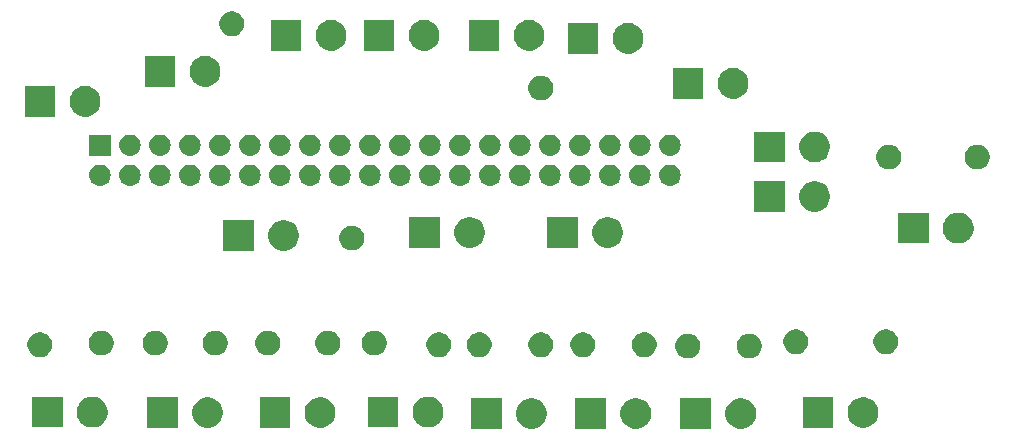
<source format=gbr>
G04 #@! TF.GenerationSoftware,KiCad,Pcbnew,5.1.2*
G04 #@! TF.CreationDate,2019-05-27T23:22:56-07:00*
G04 #@! TF.ProjectId,gloveProtoFinal,676c6f76-6550-4726-9f74-6f46696e616c,rev?*
G04 #@! TF.SameCoordinates,Original*
G04 #@! TF.FileFunction,Soldermask,Bot*
G04 #@! TF.FilePolarity,Negative*
%FSLAX46Y46*%
G04 Gerber Fmt 4.6, Leading zero omitted, Abs format (unit mm)*
G04 Created by KiCad (PCBNEW 5.1.2) date 2019-05-27 23:22:56*
%MOMM*%
%LPD*%
G04 APERTURE LIST*
%ADD10C,0.100000*%
G04 APERTURE END LIST*
D10*
G36*
X79160193Y-89172804D02*
G01*
X79396901Y-89270852D01*
X79396903Y-89270853D01*
X79609935Y-89413196D01*
X79791104Y-89594365D01*
X79921154Y-89788999D01*
X79933448Y-89807399D01*
X80031496Y-90044107D01*
X80081480Y-90295393D01*
X80081480Y-90551607D01*
X80031496Y-90802893D01*
X79941069Y-91021203D01*
X79933447Y-91039603D01*
X79791104Y-91252635D01*
X79609935Y-91433804D01*
X79396903Y-91576147D01*
X79396902Y-91576148D01*
X79396901Y-91576148D01*
X79160193Y-91674196D01*
X78908907Y-91724180D01*
X78652693Y-91724180D01*
X78401407Y-91674196D01*
X78164699Y-91576148D01*
X78164698Y-91576148D01*
X78164697Y-91576147D01*
X77951665Y-91433804D01*
X77770496Y-91252635D01*
X77628153Y-91039603D01*
X77620531Y-91021203D01*
X77530104Y-90802893D01*
X77480120Y-90551607D01*
X77480120Y-90295393D01*
X77530104Y-90044107D01*
X77628152Y-89807399D01*
X77640446Y-89788999D01*
X77770496Y-89594365D01*
X77951665Y-89413196D01*
X78164697Y-89270853D01*
X78164699Y-89270852D01*
X78401407Y-89172804D01*
X78652693Y-89122820D01*
X78908907Y-89122820D01*
X79160193Y-89172804D01*
X79160193Y-89172804D01*
G37*
G36*
X76271480Y-91724180D02*
G01*
X73670120Y-91724180D01*
X73670120Y-89122820D01*
X76271480Y-89122820D01*
X76271480Y-91724180D01*
X76271480Y-91724180D01*
G37*
G36*
X70269393Y-89154404D02*
G01*
X70506101Y-89252452D01*
X70506103Y-89252453D01*
X70719135Y-89394796D01*
X70900304Y-89575965D01*
X70991733Y-89712799D01*
X71042648Y-89788999D01*
X71140696Y-90025707D01*
X71190680Y-90276993D01*
X71190680Y-90533207D01*
X71140696Y-90784493D01*
X71074211Y-90945001D01*
X71042647Y-91021203D01*
X70900304Y-91234235D01*
X70719135Y-91415404D01*
X70506103Y-91557747D01*
X70506102Y-91557748D01*
X70506101Y-91557748D01*
X70269393Y-91655796D01*
X70018107Y-91705780D01*
X69761893Y-91705780D01*
X69510607Y-91655796D01*
X69273899Y-91557748D01*
X69273898Y-91557748D01*
X69273897Y-91557747D01*
X69060865Y-91415404D01*
X68879696Y-91234235D01*
X68737353Y-91021203D01*
X68705789Y-90945001D01*
X68639304Y-90784493D01*
X68589320Y-90533207D01*
X68589320Y-90276993D01*
X68639304Y-90025707D01*
X68737352Y-89788999D01*
X68788267Y-89712799D01*
X68879696Y-89575965D01*
X69060865Y-89394796D01*
X69273897Y-89252453D01*
X69273899Y-89252452D01*
X69510607Y-89154404D01*
X69761893Y-89104420D01*
X70018107Y-89104420D01*
X70269393Y-89154404D01*
X70269393Y-89154404D01*
G37*
G36*
X67380680Y-91705780D02*
G01*
X64779320Y-91705780D01*
X64779320Y-89104420D01*
X67380680Y-89104420D01*
X67380680Y-91705780D01*
X67380680Y-91705780D01*
G37*
G36*
X61435993Y-89154404D02*
G01*
X61672701Y-89252452D01*
X61672703Y-89252453D01*
X61885735Y-89394796D01*
X62066904Y-89575965D01*
X62158333Y-89712799D01*
X62209248Y-89788999D01*
X62307296Y-90025707D01*
X62357280Y-90276993D01*
X62357280Y-90533207D01*
X62307296Y-90784493D01*
X62240811Y-90945001D01*
X62209247Y-91021203D01*
X62066904Y-91234235D01*
X61885735Y-91415404D01*
X61672703Y-91557747D01*
X61672702Y-91557748D01*
X61672701Y-91557748D01*
X61435993Y-91655796D01*
X61184707Y-91705780D01*
X60928493Y-91705780D01*
X60677207Y-91655796D01*
X60440499Y-91557748D01*
X60440498Y-91557748D01*
X60440497Y-91557747D01*
X60227465Y-91415404D01*
X60046296Y-91234235D01*
X59903953Y-91021203D01*
X59872389Y-90945001D01*
X59805904Y-90784493D01*
X59755920Y-90533207D01*
X59755920Y-90276993D01*
X59805904Y-90025707D01*
X59903952Y-89788999D01*
X59954867Y-89712799D01*
X60046296Y-89575965D01*
X60227465Y-89394796D01*
X60440497Y-89252453D01*
X60440499Y-89252452D01*
X60677207Y-89154404D01*
X60928493Y-89104420D01*
X61184707Y-89104420D01*
X61435993Y-89154404D01*
X61435993Y-89154404D01*
G37*
G36*
X58547280Y-91705780D02*
G01*
X55945920Y-91705780D01*
X55945920Y-89104420D01*
X58547280Y-89104420D01*
X58547280Y-91705780D01*
X58547280Y-91705780D01*
G37*
G36*
X43540393Y-89078204D02*
G01*
X43768779Y-89172805D01*
X43777103Y-89176253D01*
X43990135Y-89318596D01*
X44171304Y-89499765D01*
X44309304Y-89706297D01*
X44313648Y-89712799D01*
X44411696Y-89949507D01*
X44461680Y-90200793D01*
X44461680Y-90457007D01*
X44411696Y-90708293D01*
X44313648Y-90945001D01*
X44313647Y-90945003D01*
X44171304Y-91158035D01*
X43990135Y-91339204D01*
X43777103Y-91481547D01*
X43777102Y-91481548D01*
X43777101Y-91481548D01*
X43540393Y-91579596D01*
X43289107Y-91629580D01*
X43032893Y-91629580D01*
X42781607Y-91579596D01*
X42544899Y-91481548D01*
X42544898Y-91481548D01*
X42544897Y-91481547D01*
X42331865Y-91339204D01*
X42150696Y-91158035D01*
X42008353Y-90945003D01*
X42008352Y-90945001D01*
X41910304Y-90708293D01*
X41860320Y-90457007D01*
X41860320Y-90200793D01*
X41910304Y-89949507D01*
X42008352Y-89712799D01*
X42012696Y-89706297D01*
X42150696Y-89499765D01*
X42331865Y-89318596D01*
X42544897Y-89176253D01*
X42553221Y-89172805D01*
X42781607Y-89078204D01*
X43032893Y-89028220D01*
X43289107Y-89028220D01*
X43540393Y-89078204D01*
X43540393Y-89078204D01*
G37*
G36*
X40651680Y-91629580D02*
G01*
X38050320Y-91629580D01*
X38050320Y-89028220D01*
X40651680Y-89028220D01*
X40651680Y-91629580D01*
X40651680Y-91629580D01*
G37*
G36*
X31130480Y-91629580D02*
G01*
X28529120Y-91629580D01*
X28529120Y-89028220D01*
X31130480Y-89028220D01*
X31130480Y-91629580D01*
X31130480Y-91629580D01*
G37*
G36*
X34019193Y-89078204D02*
G01*
X34247579Y-89172805D01*
X34255903Y-89176253D01*
X34468935Y-89318596D01*
X34650104Y-89499765D01*
X34788104Y-89706297D01*
X34792448Y-89712799D01*
X34890496Y-89949507D01*
X34940480Y-90200793D01*
X34940480Y-90457007D01*
X34890496Y-90708293D01*
X34792448Y-90945001D01*
X34792447Y-90945003D01*
X34650104Y-91158035D01*
X34468935Y-91339204D01*
X34255903Y-91481547D01*
X34255902Y-91481548D01*
X34255901Y-91481548D01*
X34019193Y-91579596D01*
X33767907Y-91629580D01*
X33511693Y-91629580D01*
X33260407Y-91579596D01*
X33023699Y-91481548D01*
X33023698Y-91481548D01*
X33023697Y-91481547D01*
X32810665Y-91339204D01*
X32629496Y-91158035D01*
X32487153Y-90945003D01*
X32487152Y-90945001D01*
X32389104Y-90708293D01*
X32339120Y-90457007D01*
X32339120Y-90200793D01*
X32389104Y-89949507D01*
X32487152Y-89712799D01*
X32491496Y-89706297D01*
X32629496Y-89499765D01*
X32810665Y-89318596D01*
X33023697Y-89176253D01*
X33032021Y-89172805D01*
X33260407Y-89078204D01*
X33511693Y-89028220D01*
X33767907Y-89028220D01*
X34019193Y-89078204D01*
X34019193Y-89078204D01*
G37*
G36*
X86619280Y-91623080D02*
G01*
X84017920Y-91623080D01*
X84017920Y-89021720D01*
X86619280Y-89021720D01*
X86619280Y-91623080D01*
X86619280Y-91623080D01*
G37*
G36*
X89507993Y-89071704D02*
G01*
X89707650Y-89154405D01*
X89744703Y-89169753D01*
X89957735Y-89312096D01*
X90138904Y-89493265D01*
X90281247Y-89706297D01*
X90281248Y-89706299D01*
X90379296Y-89943007D01*
X90429280Y-90194293D01*
X90429280Y-90450507D01*
X90379296Y-90701793D01*
X90291769Y-90913101D01*
X90281247Y-90938503D01*
X90138904Y-91151535D01*
X89957735Y-91332704D01*
X89744703Y-91475047D01*
X89744702Y-91475048D01*
X89744701Y-91475048D01*
X89507993Y-91573096D01*
X89256707Y-91623080D01*
X89000493Y-91623080D01*
X88749207Y-91573096D01*
X88512499Y-91475048D01*
X88512498Y-91475048D01*
X88512497Y-91475047D01*
X88299465Y-91332704D01*
X88118296Y-91151535D01*
X87975953Y-90938503D01*
X87965431Y-90913101D01*
X87877904Y-90701793D01*
X87827920Y-90450507D01*
X87827920Y-90194293D01*
X87877904Y-89943007D01*
X87975952Y-89706299D01*
X87975953Y-89706297D01*
X88118296Y-89493265D01*
X88299465Y-89312096D01*
X88512497Y-89169753D01*
X88549550Y-89154405D01*
X88749207Y-89071704D01*
X89000493Y-89021720D01*
X89256707Y-89021720D01*
X89507993Y-89071704D01*
X89507993Y-89071704D01*
G37*
G36*
X24250393Y-89046304D02*
G01*
X24477688Y-89140453D01*
X24487103Y-89144353D01*
X24700135Y-89286696D01*
X24881304Y-89467865D01*
X24965828Y-89594365D01*
X25023648Y-89680899D01*
X25121696Y-89917607D01*
X25171680Y-90168893D01*
X25171680Y-90425107D01*
X25121696Y-90676393D01*
X25023648Y-90913101D01*
X25023647Y-90913103D01*
X24881304Y-91126135D01*
X24700135Y-91307304D01*
X24487103Y-91449647D01*
X24487102Y-91449648D01*
X24487101Y-91449648D01*
X24250393Y-91547696D01*
X23999107Y-91597680D01*
X23742893Y-91597680D01*
X23491607Y-91547696D01*
X23254899Y-91449648D01*
X23254898Y-91449648D01*
X23254897Y-91449647D01*
X23041865Y-91307304D01*
X22860696Y-91126135D01*
X22718353Y-90913103D01*
X22718352Y-90913101D01*
X22620304Y-90676393D01*
X22570320Y-90425107D01*
X22570320Y-90168893D01*
X22620304Y-89917607D01*
X22718352Y-89680899D01*
X22776172Y-89594365D01*
X22860696Y-89467865D01*
X23041865Y-89286696D01*
X23254897Y-89144353D01*
X23264312Y-89140453D01*
X23491607Y-89046304D01*
X23742893Y-88996320D01*
X23999107Y-88996320D01*
X24250393Y-89046304D01*
X24250393Y-89046304D01*
G37*
G36*
X21361680Y-91597680D02*
G01*
X18760320Y-91597680D01*
X18760320Y-88996320D01*
X21361680Y-88996320D01*
X21361680Y-91597680D01*
X21361680Y-91597680D01*
G37*
G36*
X52684193Y-89042404D02*
G01*
X52920901Y-89140452D01*
X52920903Y-89140453D01*
X53133935Y-89282796D01*
X53315104Y-89463965D01*
X53457447Y-89676997D01*
X53457448Y-89676999D01*
X53555496Y-89913707D01*
X53605480Y-90164993D01*
X53605480Y-90421207D01*
X53555496Y-90672493D01*
X53501482Y-90802893D01*
X53457447Y-90909203D01*
X53315104Y-91122235D01*
X53133935Y-91303404D01*
X52920903Y-91445747D01*
X52920902Y-91445748D01*
X52920901Y-91445748D01*
X52684193Y-91543796D01*
X52432907Y-91593780D01*
X52176693Y-91593780D01*
X51925407Y-91543796D01*
X51688699Y-91445748D01*
X51688698Y-91445748D01*
X51688697Y-91445747D01*
X51475665Y-91303404D01*
X51294496Y-91122235D01*
X51152153Y-90909203D01*
X51108118Y-90802893D01*
X51054104Y-90672493D01*
X51004120Y-90421207D01*
X51004120Y-90164993D01*
X51054104Y-89913707D01*
X51152152Y-89676999D01*
X51152153Y-89676997D01*
X51294496Y-89463965D01*
X51475665Y-89282796D01*
X51688697Y-89140453D01*
X51688699Y-89140452D01*
X51925407Y-89042404D01*
X52176693Y-88992420D01*
X52432907Y-88992420D01*
X52684193Y-89042404D01*
X52684193Y-89042404D01*
G37*
G36*
X49795480Y-91593780D02*
G01*
X47194120Y-91593780D01*
X47194120Y-88992420D01*
X49795480Y-88992420D01*
X49795480Y-91593780D01*
X49795480Y-91593780D01*
G37*
G36*
X74601564Y-83698389D02*
G01*
X74792833Y-83777615D01*
X74792835Y-83777616D01*
X74803926Y-83785027D01*
X74964973Y-83892635D01*
X75111365Y-84039027D01*
X75226385Y-84211167D01*
X75305611Y-84402436D01*
X75346000Y-84605484D01*
X75346000Y-84812516D01*
X75305611Y-85015564D01*
X75278990Y-85079833D01*
X75226384Y-85206835D01*
X75111365Y-85378973D01*
X74964973Y-85525365D01*
X74792835Y-85640384D01*
X74792834Y-85640385D01*
X74792833Y-85640385D01*
X74601564Y-85719611D01*
X74398516Y-85760000D01*
X74191484Y-85760000D01*
X73988436Y-85719611D01*
X73797167Y-85640385D01*
X73797166Y-85640385D01*
X73797165Y-85640384D01*
X73625027Y-85525365D01*
X73478635Y-85378973D01*
X73363616Y-85206835D01*
X73311010Y-85079833D01*
X73284389Y-85015564D01*
X73244000Y-84812516D01*
X73244000Y-84605484D01*
X73284389Y-84402436D01*
X73363615Y-84211167D01*
X73478635Y-84039027D01*
X73625027Y-83892635D01*
X73786074Y-83785027D01*
X73797165Y-83777616D01*
X73797167Y-83777615D01*
X73988436Y-83698389D01*
X74191484Y-83658000D01*
X74398516Y-83658000D01*
X74601564Y-83698389D01*
X74601564Y-83698389D01*
G37*
G36*
X79808564Y-83698389D02*
G01*
X79999833Y-83777615D01*
X79999835Y-83777616D01*
X80010926Y-83785027D01*
X80171973Y-83892635D01*
X80318365Y-84039027D01*
X80433385Y-84211167D01*
X80512611Y-84402436D01*
X80553000Y-84605484D01*
X80553000Y-84812516D01*
X80512611Y-85015564D01*
X80485990Y-85079833D01*
X80433384Y-85206835D01*
X80318365Y-85378973D01*
X80171973Y-85525365D01*
X79999835Y-85640384D01*
X79999834Y-85640385D01*
X79999833Y-85640385D01*
X79808564Y-85719611D01*
X79605516Y-85760000D01*
X79398484Y-85760000D01*
X79195436Y-85719611D01*
X79004167Y-85640385D01*
X79004166Y-85640385D01*
X79004165Y-85640384D01*
X78832027Y-85525365D01*
X78685635Y-85378973D01*
X78570616Y-85206835D01*
X78518010Y-85079833D01*
X78491389Y-85015564D01*
X78451000Y-84812516D01*
X78451000Y-84605484D01*
X78491389Y-84402436D01*
X78570615Y-84211167D01*
X78685635Y-84039027D01*
X78832027Y-83892635D01*
X78993074Y-83785027D01*
X79004165Y-83777616D01*
X79004167Y-83777615D01*
X79195436Y-83698389D01*
X79398484Y-83658000D01*
X79605516Y-83658000D01*
X79808564Y-83698389D01*
X79808564Y-83698389D01*
G37*
G36*
X19737564Y-83571389D02*
G01*
X19928833Y-83650615D01*
X19928835Y-83650616D01*
X20100973Y-83765635D01*
X20247365Y-83912027D01*
X20332224Y-84039027D01*
X20362385Y-84084167D01*
X20441611Y-84275436D01*
X20482000Y-84478484D01*
X20482000Y-84685516D01*
X20441611Y-84888564D01*
X20362385Y-85079833D01*
X20362384Y-85079835D01*
X20247365Y-85251973D01*
X20100973Y-85398365D01*
X19928835Y-85513384D01*
X19928834Y-85513385D01*
X19928833Y-85513385D01*
X19737564Y-85592611D01*
X19534516Y-85633000D01*
X19327484Y-85633000D01*
X19124436Y-85592611D01*
X18933167Y-85513385D01*
X18933166Y-85513385D01*
X18933165Y-85513384D01*
X18761027Y-85398365D01*
X18614635Y-85251973D01*
X18499616Y-85079835D01*
X18499615Y-85079833D01*
X18420389Y-84888564D01*
X18380000Y-84685516D01*
X18380000Y-84478484D01*
X18420389Y-84275436D01*
X18499615Y-84084167D01*
X18529777Y-84039027D01*
X18614635Y-83912027D01*
X18761027Y-83765635D01*
X18933165Y-83650616D01*
X18933167Y-83650615D01*
X19124436Y-83571389D01*
X19327484Y-83531000D01*
X19534516Y-83531000D01*
X19737564Y-83571389D01*
X19737564Y-83571389D01*
G37*
G36*
X70918564Y-83571389D02*
G01*
X71109833Y-83650615D01*
X71109835Y-83650616D01*
X71281973Y-83765635D01*
X71428365Y-83912027D01*
X71513224Y-84039027D01*
X71543385Y-84084167D01*
X71622611Y-84275436D01*
X71663000Y-84478484D01*
X71663000Y-84685516D01*
X71622611Y-84888564D01*
X71543385Y-85079833D01*
X71543384Y-85079835D01*
X71428365Y-85251973D01*
X71281973Y-85398365D01*
X71109835Y-85513384D01*
X71109834Y-85513385D01*
X71109833Y-85513385D01*
X70918564Y-85592611D01*
X70715516Y-85633000D01*
X70508484Y-85633000D01*
X70305436Y-85592611D01*
X70114167Y-85513385D01*
X70114166Y-85513385D01*
X70114165Y-85513384D01*
X69942027Y-85398365D01*
X69795635Y-85251973D01*
X69680616Y-85079835D01*
X69680615Y-85079833D01*
X69601389Y-84888564D01*
X69561000Y-84685516D01*
X69561000Y-84478484D01*
X69601389Y-84275436D01*
X69680615Y-84084167D01*
X69710777Y-84039027D01*
X69795635Y-83912027D01*
X69942027Y-83765635D01*
X70114165Y-83650616D01*
X70114167Y-83650615D01*
X70305436Y-83571389D01*
X70508484Y-83531000D01*
X70715516Y-83531000D01*
X70918564Y-83571389D01*
X70918564Y-83571389D01*
G37*
G36*
X65711564Y-83571389D02*
G01*
X65902833Y-83650615D01*
X65902835Y-83650616D01*
X66074973Y-83765635D01*
X66221365Y-83912027D01*
X66306224Y-84039027D01*
X66336385Y-84084167D01*
X66415611Y-84275436D01*
X66456000Y-84478484D01*
X66456000Y-84685516D01*
X66415611Y-84888564D01*
X66336385Y-85079833D01*
X66336384Y-85079835D01*
X66221365Y-85251973D01*
X66074973Y-85398365D01*
X65902835Y-85513384D01*
X65902834Y-85513385D01*
X65902833Y-85513385D01*
X65711564Y-85592611D01*
X65508516Y-85633000D01*
X65301484Y-85633000D01*
X65098436Y-85592611D01*
X64907167Y-85513385D01*
X64907166Y-85513385D01*
X64907165Y-85513384D01*
X64735027Y-85398365D01*
X64588635Y-85251973D01*
X64473616Y-85079835D01*
X64473615Y-85079833D01*
X64394389Y-84888564D01*
X64354000Y-84685516D01*
X64354000Y-84478484D01*
X64394389Y-84275436D01*
X64473615Y-84084167D01*
X64503777Y-84039027D01*
X64588635Y-83912027D01*
X64735027Y-83765635D01*
X64907165Y-83650616D01*
X64907167Y-83650615D01*
X65098436Y-83571389D01*
X65301484Y-83531000D01*
X65508516Y-83531000D01*
X65711564Y-83571389D01*
X65711564Y-83571389D01*
G37*
G36*
X62155564Y-83571389D02*
G01*
X62346833Y-83650615D01*
X62346835Y-83650616D01*
X62518973Y-83765635D01*
X62665365Y-83912027D01*
X62750224Y-84039027D01*
X62780385Y-84084167D01*
X62859611Y-84275436D01*
X62900000Y-84478484D01*
X62900000Y-84685516D01*
X62859611Y-84888564D01*
X62780385Y-85079833D01*
X62780384Y-85079835D01*
X62665365Y-85251973D01*
X62518973Y-85398365D01*
X62346835Y-85513384D01*
X62346834Y-85513385D01*
X62346833Y-85513385D01*
X62155564Y-85592611D01*
X61952516Y-85633000D01*
X61745484Y-85633000D01*
X61542436Y-85592611D01*
X61351167Y-85513385D01*
X61351166Y-85513385D01*
X61351165Y-85513384D01*
X61179027Y-85398365D01*
X61032635Y-85251973D01*
X60917616Y-85079835D01*
X60917615Y-85079833D01*
X60838389Y-84888564D01*
X60798000Y-84685516D01*
X60798000Y-84478484D01*
X60838389Y-84275436D01*
X60917615Y-84084167D01*
X60947777Y-84039027D01*
X61032635Y-83912027D01*
X61179027Y-83765635D01*
X61351165Y-83650616D01*
X61351167Y-83650615D01*
X61542436Y-83571389D01*
X61745484Y-83531000D01*
X61952516Y-83531000D01*
X62155564Y-83571389D01*
X62155564Y-83571389D01*
G37*
G36*
X56948564Y-83571389D02*
G01*
X57139833Y-83650615D01*
X57139835Y-83650616D01*
X57311973Y-83765635D01*
X57458365Y-83912027D01*
X57543224Y-84039027D01*
X57573385Y-84084167D01*
X57652611Y-84275436D01*
X57693000Y-84478484D01*
X57693000Y-84685516D01*
X57652611Y-84888564D01*
X57573385Y-85079833D01*
X57573384Y-85079835D01*
X57458365Y-85251973D01*
X57311973Y-85398365D01*
X57139835Y-85513384D01*
X57139834Y-85513385D01*
X57139833Y-85513385D01*
X56948564Y-85592611D01*
X56745516Y-85633000D01*
X56538484Y-85633000D01*
X56335436Y-85592611D01*
X56144167Y-85513385D01*
X56144166Y-85513385D01*
X56144165Y-85513384D01*
X55972027Y-85398365D01*
X55825635Y-85251973D01*
X55710616Y-85079835D01*
X55710615Y-85079833D01*
X55631389Y-84888564D01*
X55591000Y-84685516D01*
X55591000Y-84478484D01*
X55631389Y-84275436D01*
X55710615Y-84084167D01*
X55740777Y-84039027D01*
X55825635Y-83912027D01*
X55972027Y-83765635D01*
X56144165Y-83650616D01*
X56144167Y-83650615D01*
X56335436Y-83571389D01*
X56538484Y-83531000D01*
X56745516Y-83531000D01*
X56948564Y-83571389D01*
X56948564Y-83571389D01*
G37*
G36*
X53519564Y-83571389D02*
G01*
X53710833Y-83650615D01*
X53710835Y-83650616D01*
X53882973Y-83765635D01*
X54029365Y-83912027D01*
X54114224Y-84039027D01*
X54144385Y-84084167D01*
X54223611Y-84275436D01*
X54264000Y-84478484D01*
X54264000Y-84685516D01*
X54223611Y-84888564D01*
X54144385Y-85079833D01*
X54144384Y-85079835D01*
X54029365Y-85251973D01*
X53882973Y-85398365D01*
X53710835Y-85513384D01*
X53710834Y-85513385D01*
X53710833Y-85513385D01*
X53519564Y-85592611D01*
X53316516Y-85633000D01*
X53109484Y-85633000D01*
X52906436Y-85592611D01*
X52715167Y-85513385D01*
X52715166Y-85513385D01*
X52715165Y-85513384D01*
X52543027Y-85398365D01*
X52396635Y-85251973D01*
X52281616Y-85079835D01*
X52281615Y-85079833D01*
X52202389Y-84888564D01*
X52162000Y-84685516D01*
X52162000Y-84478484D01*
X52202389Y-84275436D01*
X52281615Y-84084167D01*
X52311777Y-84039027D01*
X52396635Y-83912027D01*
X52543027Y-83765635D01*
X52715165Y-83650616D01*
X52715167Y-83650615D01*
X52906436Y-83571389D01*
X53109484Y-83531000D01*
X53316516Y-83531000D01*
X53519564Y-83571389D01*
X53519564Y-83571389D01*
G37*
G36*
X39041564Y-83444389D02*
G01*
X39232833Y-83523615D01*
X39232835Y-83523616D01*
X39404973Y-83638635D01*
X39551365Y-83785027D01*
X39636224Y-83912027D01*
X39666385Y-83957167D01*
X39745611Y-84148436D01*
X39786000Y-84351484D01*
X39786000Y-84558516D01*
X39745611Y-84761564D01*
X39666385Y-84952833D01*
X39666384Y-84952835D01*
X39551365Y-85124973D01*
X39404973Y-85271365D01*
X39232835Y-85386384D01*
X39232834Y-85386385D01*
X39232833Y-85386385D01*
X39041564Y-85465611D01*
X38838516Y-85506000D01*
X38631484Y-85506000D01*
X38428436Y-85465611D01*
X38237167Y-85386385D01*
X38237166Y-85386385D01*
X38237165Y-85386384D01*
X38065027Y-85271365D01*
X37918635Y-85124973D01*
X37803616Y-84952835D01*
X37803615Y-84952833D01*
X37724389Y-84761564D01*
X37684000Y-84558516D01*
X37684000Y-84351484D01*
X37724389Y-84148436D01*
X37803615Y-83957167D01*
X37833777Y-83912027D01*
X37918635Y-83785027D01*
X38065027Y-83638635D01*
X38237165Y-83523616D01*
X38237167Y-83523615D01*
X38428436Y-83444389D01*
X38631484Y-83404000D01*
X38838516Y-83404000D01*
X39041564Y-83444389D01*
X39041564Y-83444389D01*
G37*
G36*
X24944564Y-83444389D02*
G01*
X25135833Y-83523615D01*
X25135835Y-83523616D01*
X25307973Y-83638635D01*
X25454365Y-83785027D01*
X25539224Y-83912027D01*
X25569385Y-83957167D01*
X25648611Y-84148436D01*
X25689000Y-84351484D01*
X25689000Y-84558516D01*
X25648611Y-84761564D01*
X25569385Y-84952833D01*
X25569384Y-84952835D01*
X25454365Y-85124973D01*
X25307973Y-85271365D01*
X25135835Y-85386384D01*
X25135834Y-85386385D01*
X25135833Y-85386385D01*
X24944564Y-85465611D01*
X24741516Y-85506000D01*
X24534484Y-85506000D01*
X24331436Y-85465611D01*
X24140167Y-85386385D01*
X24140166Y-85386385D01*
X24140165Y-85386384D01*
X23968027Y-85271365D01*
X23821635Y-85124973D01*
X23706616Y-84952835D01*
X23706615Y-84952833D01*
X23627389Y-84761564D01*
X23587000Y-84558516D01*
X23587000Y-84351484D01*
X23627389Y-84148436D01*
X23706615Y-83957167D01*
X23736777Y-83912027D01*
X23821635Y-83785027D01*
X23968027Y-83638635D01*
X24140165Y-83523616D01*
X24140167Y-83523615D01*
X24331436Y-83444389D01*
X24534484Y-83404000D01*
X24741516Y-83404000D01*
X24944564Y-83444389D01*
X24944564Y-83444389D01*
G37*
G36*
X29516564Y-83444389D02*
G01*
X29707833Y-83523615D01*
X29707835Y-83523616D01*
X29879973Y-83638635D01*
X30026365Y-83785027D01*
X30111224Y-83912027D01*
X30141385Y-83957167D01*
X30220611Y-84148436D01*
X30261000Y-84351484D01*
X30261000Y-84558516D01*
X30220611Y-84761564D01*
X30141385Y-84952833D01*
X30141384Y-84952835D01*
X30026365Y-85124973D01*
X29879973Y-85271365D01*
X29707835Y-85386384D01*
X29707834Y-85386385D01*
X29707833Y-85386385D01*
X29516564Y-85465611D01*
X29313516Y-85506000D01*
X29106484Y-85506000D01*
X28903436Y-85465611D01*
X28712167Y-85386385D01*
X28712166Y-85386385D01*
X28712165Y-85386384D01*
X28540027Y-85271365D01*
X28393635Y-85124973D01*
X28278616Y-84952835D01*
X28278615Y-84952833D01*
X28199389Y-84761564D01*
X28159000Y-84558516D01*
X28159000Y-84351484D01*
X28199389Y-84148436D01*
X28278615Y-83957167D01*
X28308777Y-83912027D01*
X28393635Y-83785027D01*
X28540027Y-83638635D01*
X28712165Y-83523616D01*
X28712167Y-83523615D01*
X28903436Y-83444389D01*
X29106484Y-83404000D01*
X29313516Y-83404000D01*
X29516564Y-83444389D01*
X29516564Y-83444389D01*
G37*
G36*
X34596564Y-83444389D02*
G01*
X34787833Y-83523615D01*
X34787835Y-83523616D01*
X34959973Y-83638635D01*
X35106365Y-83785027D01*
X35191224Y-83912027D01*
X35221385Y-83957167D01*
X35300611Y-84148436D01*
X35341000Y-84351484D01*
X35341000Y-84558516D01*
X35300611Y-84761564D01*
X35221385Y-84952833D01*
X35221384Y-84952835D01*
X35106365Y-85124973D01*
X34959973Y-85271365D01*
X34787835Y-85386384D01*
X34787834Y-85386385D01*
X34787833Y-85386385D01*
X34596564Y-85465611D01*
X34393516Y-85506000D01*
X34186484Y-85506000D01*
X33983436Y-85465611D01*
X33792167Y-85386385D01*
X33792166Y-85386385D01*
X33792165Y-85386384D01*
X33620027Y-85271365D01*
X33473635Y-85124973D01*
X33358616Y-84952835D01*
X33358615Y-84952833D01*
X33279389Y-84761564D01*
X33239000Y-84558516D01*
X33239000Y-84351484D01*
X33279389Y-84148436D01*
X33358615Y-83957167D01*
X33388777Y-83912027D01*
X33473635Y-83785027D01*
X33620027Y-83638635D01*
X33792165Y-83523616D01*
X33792167Y-83523615D01*
X33983436Y-83444389D01*
X34186484Y-83404000D01*
X34393516Y-83404000D01*
X34596564Y-83444389D01*
X34596564Y-83444389D01*
G37*
G36*
X44121564Y-83444389D02*
G01*
X44312833Y-83523615D01*
X44312835Y-83523616D01*
X44484973Y-83638635D01*
X44631365Y-83785027D01*
X44716224Y-83912027D01*
X44746385Y-83957167D01*
X44825611Y-84148436D01*
X44866000Y-84351484D01*
X44866000Y-84558516D01*
X44825611Y-84761564D01*
X44746385Y-84952833D01*
X44746384Y-84952835D01*
X44631365Y-85124973D01*
X44484973Y-85271365D01*
X44312835Y-85386384D01*
X44312834Y-85386385D01*
X44312833Y-85386385D01*
X44121564Y-85465611D01*
X43918516Y-85506000D01*
X43711484Y-85506000D01*
X43508436Y-85465611D01*
X43317167Y-85386385D01*
X43317166Y-85386385D01*
X43317165Y-85386384D01*
X43145027Y-85271365D01*
X42998635Y-85124973D01*
X42883616Y-84952835D01*
X42883615Y-84952833D01*
X42804389Y-84761564D01*
X42764000Y-84558516D01*
X42764000Y-84351484D01*
X42804389Y-84148436D01*
X42883615Y-83957167D01*
X42913777Y-83912027D01*
X42998635Y-83785027D01*
X43145027Y-83638635D01*
X43317165Y-83523616D01*
X43317167Y-83523615D01*
X43508436Y-83444389D01*
X43711484Y-83404000D01*
X43918516Y-83404000D01*
X44121564Y-83444389D01*
X44121564Y-83444389D01*
G37*
G36*
X48058564Y-83444389D02*
G01*
X48249833Y-83523615D01*
X48249835Y-83523616D01*
X48421973Y-83638635D01*
X48568365Y-83785027D01*
X48653224Y-83912027D01*
X48683385Y-83957167D01*
X48762611Y-84148436D01*
X48803000Y-84351484D01*
X48803000Y-84558516D01*
X48762611Y-84761564D01*
X48683385Y-84952833D01*
X48683384Y-84952835D01*
X48568365Y-85124973D01*
X48421973Y-85271365D01*
X48249835Y-85386384D01*
X48249834Y-85386385D01*
X48249833Y-85386385D01*
X48058564Y-85465611D01*
X47855516Y-85506000D01*
X47648484Y-85506000D01*
X47445436Y-85465611D01*
X47254167Y-85386385D01*
X47254166Y-85386385D01*
X47254165Y-85386384D01*
X47082027Y-85271365D01*
X46935635Y-85124973D01*
X46820616Y-84952835D01*
X46820615Y-84952833D01*
X46741389Y-84761564D01*
X46701000Y-84558516D01*
X46701000Y-84351484D01*
X46741389Y-84148436D01*
X46820615Y-83957167D01*
X46850777Y-83912027D01*
X46935635Y-83785027D01*
X47082027Y-83638635D01*
X47254165Y-83523616D01*
X47254167Y-83523615D01*
X47445436Y-83444389D01*
X47648484Y-83404000D01*
X47855516Y-83404000D01*
X48058564Y-83444389D01*
X48058564Y-83444389D01*
G37*
G36*
X91365564Y-83317389D02*
G01*
X91556833Y-83396615D01*
X91556835Y-83396616D01*
X91728973Y-83511635D01*
X91875365Y-83658027D01*
X91960224Y-83785027D01*
X91990385Y-83830167D01*
X92069611Y-84021436D01*
X92110000Y-84224484D01*
X92110000Y-84431516D01*
X92069611Y-84634564D01*
X91995902Y-84812514D01*
X91990384Y-84825835D01*
X91875365Y-84997973D01*
X91728973Y-85144365D01*
X91556835Y-85259384D01*
X91556834Y-85259385D01*
X91556833Y-85259385D01*
X91365564Y-85338611D01*
X91162516Y-85379000D01*
X90955484Y-85379000D01*
X90752436Y-85338611D01*
X90561167Y-85259385D01*
X90561166Y-85259385D01*
X90561165Y-85259384D01*
X90389027Y-85144365D01*
X90242635Y-84997973D01*
X90127616Y-84825835D01*
X90122098Y-84812514D01*
X90048389Y-84634564D01*
X90008000Y-84431516D01*
X90008000Y-84224484D01*
X90048389Y-84021436D01*
X90127615Y-83830167D01*
X90157777Y-83785027D01*
X90242635Y-83658027D01*
X90389027Y-83511635D01*
X90561165Y-83396616D01*
X90561167Y-83396615D01*
X90752436Y-83317389D01*
X90955484Y-83277000D01*
X91162516Y-83277000D01*
X91365564Y-83317389D01*
X91365564Y-83317389D01*
G37*
G36*
X83745564Y-83317389D02*
G01*
X83936833Y-83396615D01*
X83936835Y-83396616D01*
X84108973Y-83511635D01*
X84255365Y-83658027D01*
X84340224Y-83785027D01*
X84370385Y-83830167D01*
X84449611Y-84021436D01*
X84490000Y-84224484D01*
X84490000Y-84431516D01*
X84449611Y-84634564D01*
X84375902Y-84812514D01*
X84370384Y-84825835D01*
X84255365Y-84997973D01*
X84108973Y-85144365D01*
X83936835Y-85259384D01*
X83936834Y-85259385D01*
X83936833Y-85259385D01*
X83745564Y-85338611D01*
X83542516Y-85379000D01*
X83335484Y-85379000D01*
X83132436Y-85338611D01*
X82941167Y-85259385D01*
X82941166Y-85259385D01*
X82941165Y-85259384D01*
X82769027Y-85144365D01*
X82622635Y-84997973D01*
X82507616Y-84825835D01*
X82502098Y-84812514D01*
X82428389Y-84634564D01*
X82388000Y-84431516D01*
X82388000Y-84224484D01*
X82428389Y-84021436D01*
X82507615Y-83830167D01*
X82537777Y-83785027D01*
X82622635Y-83658027D01*
X82769027Y-83511635D01*
X82941165Y-83396616D01*
X82941167Y-83396615D01*
X83132436Y-83317389D01*
X83335484Y-83277000D01*
X83542516Y-83277000D01*
X83745564Y-83317389D01*
X83745564Y-83317389D01*
G37*
G36*
X40460593Y-74085704D02*
G01*
X40697301Y-74183752D01*
X40697303Y-74183753D01*
X40910335Y-74326096D01*
X41091504Y-74507265D01*
X41222294Y-74703007D01*
X41233848Y-74720299D01*
X41331896Y-74957007D01*
X41381880Y-75208293D01*
X41381880Y-75464507D01*
X41331896Y-75715793D01*
X41233848Y-75952501D01*
X41233847Y-75952503D01*
X41091504Y-76165535D01*
X40910335Y-76346704D01*
X40697303Y-76489047D01*
X40697302Y-76489048D01*
X40697301Y-76489048D01*
X40460593Y-76587096D01*
X40209307Y-76637080D01*
X39953093Y-76637080D01*
X39701807Y-76587096D01*
X39465099Y-76489048D01*
X39465098Y-76489048D01*
X39465097Y-76489047D01*
X39252065Y-76346704D01*
X39070896Y-76165535D01*
X38928553Y-75952503D01*
X38928552Y-75952501D01*
X38830504Y-75715793D01*
X38780520Y-75464507D01*
X38780520Y-75208293D01*
X38830504Y-74957007D01*
X38928552Y-74720299D01*
X38940106Y-74703007D01*
X39070896Y-74507265D01*
X39252065Y-74326096D01*
X39465097Y-74183753D01*
X39465099Y-74183752D01*
X39701807Y-74085704D01*
X39953093Y-74035720D01*
X40209307Y-74035720D01*
X40460593Y-74085704D01*
X40460593Y-74085704D01*
G37*
G36*
X37571880Y-76637080D02*
G01*
X34970520Y-76637080D01*
X34970520Y-74035720D01*
X37571880Y-74035720D01*
X37571880Y-76637080D01*
X37571880Y-76637080D01*
G37*
G36*
X46153564Y-74554389D02*
G01*
X46344833Y-74633615D01*
X46344835Y-74633616D01*
X46448684Y-74703006D01*
X46516973Y-74748635D01*
X46663365Y-74895027D01*
X46778385Y-75067167D01*
X46857611Y-75258436D01*
X46898000Y-75461484D01*
X46898000Y-75668516D01*
X46857611Y-75871564D01*
X46778385Y-76062833D01*
X46778384Y-76062835D01*
X46663365Y-76234973D01*
X46516973Y-76381365D01*
X46344835Y-76496384D01*
X46344834Y-76496385D01*
X46344833Y-76496385D01*
X46153564Y-76575611D01*
X45950516Y-76616000D01*
X45743484Y-76616000D01*
X45540436Y-76575611D01*
X45349167Y-76496385D01*
X45349166Y-76496385D01*
X45349165Y-76496384D01*
X45177027Y-76381365D01*
X45030635Y-76234973D01*
X44915616Y-76062835D01*
X44915615Y-76062833D01*
X44836389Y-75871564D01*
X44796000Y-75668516D01*
X44796000Y-75461484D01*
X44836389Y-75258436D01*
X44915615Y-75067167D01*
X45030635Y-74895027D01*
X45177027Y-74748635D01*
X45245316Y-74703006D01*
X45349165Y-74633616D01*
X45349167Y-74633615D01*
X45540436Y-74554389D01*
X45743484Y-74514000D01*
X45950516Y-74514000D01*
X46153564Y-74554389D01*
X46153564Y-74554389D01*
G37*
G36*
X67892593Y-73831704D02*
G01*
X68129301Y-73929752D01*
X68129303Y-73929753D01*
X68342335Y-74072096D01*
X68523504Y-74253265D01*
X68665847Y-74466297D01*
X68665848Y-74466299D01*
X68763896Y-74703007D01*
X68813880Y-74954293D01*
X68813880Y-75210507D01*
X68763896Y-75461793D01*
X68678269Y-75668514D01*
X68665847Y-75698503D01*
X68523504Y-75911535D01*
X68342335Y-76092704D01*
X68129303Y-76235047D01*
X68129302Y-76235048D01*
X68129301Y-76235048D01*
X67892593Y-76333096D01*
X67641307Y-76383080D01*
X67385093Y-76383080D01*
X67133807Y-76333096D01*
X66897099Y-76235048D01*
X66897098Y-76235048D01*
X66897097Y-76235047D01*
X66684065Y-76092704D01*
X66502896Y-75911535D01*
X66360553Y-75698503D01*
X66348131Y-75668514D01*
X66262504Y-75461793D01*
X66212520Y-75210507D01*
X66212520Y-74954293D01*
X66262504Y-74703007D01*
X66360552Y-74466299D01*
X66360553Y-74466297D01*
X66502896Y-74253265D01*
X66684065Y-74072096D01*
X66897097Y-73929753D01*
X66897099Y-73929752D01*
X67133807Y-73831704D01*
X67385093Y-73781720D01*
X67641307Y-73781720D01*
X67892593Y-73831704D01*
X67892593Y-73831704D01*
G37*
G36*
X65003880Y-76383080D02*
G01*
X62402520Y-76383080D01*
X62402520Y-73781720D01*
X65003880Y-73781720D01*
X65003880Y-76383080D01*
X65003880Y-76383080D01*
G37*
G36*
X53319880Y-76383080D02*
G01*
X50718520Y-76383080D01*
X50718520Y-73781720D01*
X53319880Y-73781720D01*
X53319880Y-76383080D01*
X53319880Y-76383080D01*
G37*
G36*
X56208593Y-73831704D02*
G01*
X56445301Y-73929752D01*
X56445303Y-73929753D01*
X56658335Y-74072096D01*
X56839504Y-74253265D01*
X56981847Y-74466297D01*
X56981848Y-74466299D01*
X57079896Y-74703007D01*
X57129880Y-74954293D01*
X57129880Y-75210507D01*
X57079896Y-75461793D01*
X56994269Y-75668514D01*
X56981847Y-75698503D01*
X56839504Y-75911535D01*
X56658335Y-76092704D01*
X56445303Y-76235047D01*
X56445302Y-76235048D01*
X56445301Y-76235048D01*
X56208593Y-76333096D01*
X55957307Y-76383080D01*
X55701093Y-76383080D01*
X55449807Y-76333096D01*
X55213099Y-76235048D01*
X55213098Y-76235048D01*
X55213097Y-76235047D01*
X55000065Y-76092704D01*
X54818896Y-75911535D01*
X54676553Y-75698503D01*
X54664131Y-75668514D01*
X54578504Y-75461793D01*
X54528520Y-75210507D01*
X54528520Y-74954293D01*
X54578504Y-74703007D01*
X54676552Y-74466299D01*
X54676553Y-74466297D01*
X54818896Y-74253265D01*
X55000065Y-74072096D01*
X55213097Y-73929753D01*
X55213099Y-73929752D01*
X55449807Y-73831704D01*
X55701093Y-73781720D01*
X55957307Y-73781720D01*
X56208593Y-73831704D01*
X56208593Y-73831704D01*
G37*
G36*
X97563593Y-73470904D02*
G01*
X97800301Y-73568952D01*
X97800303Y-73568953D01*
X98013335Y-73711296D01*
X98194504Y-73892465D01*
X98323622Y-74085705D01*
X98336848Y-74105499D01*
X98434896Y-74342207D01*
X98484880Y-74593493D01*
X98484880Y-74849707D01*
X98434896Y-75100993D01*
X98336848Y-75337701D01*
X98336847Y-75337703D01*
X98194504Y-75550735D01*
X98013335Y-75731904D01*
X97800303Y-75874247D01*
X97800302Y-75874248D01*
X97800301Y-75874248D01*
X97563593Y-75972296D01*
X97312307Y-76022280D01*
X97056093Y-76022280D01*
X96804807Y-75972296D01*
X96568099Y-75874248D01*
X96568098Y-75874248D01*
X96568097Y-75874247D01*
X96355065Y-75731904D01*
X96173896Y-75550735D01*
X96031553Y-75337703D01*
X96031552Y-75337701D01*
X95933504Y-75100993D01*
X95883520Y-74849707D01*
X95883520Y-74593493D01*
X95933504Y-74342207D01*
X96031552Y-74105499D01*
X96044778Y-74085705D01*
X96173896Y-73892465D01*
X96355065Y-73711296D01*
X96568097Y-73568953D01*
X96568099Y-73568952D01*
X96804807Y-73470904D01*
X97056093Y-73420920D01*
X97312307Y-73420920D01*
X97563593Y-73470904D01*
X97563593Y-73470904D01*
G37*
G36*
X94674880Y-76022280D02*
G01*
X92073520Y-76022280D01*
X92073520Y-73420920D01*
X94674880Y-73420920D01*
X94674880Y-76022280D01*
X94674880Y-76022280D01*
G37*
G36*
X82529880Y-73335080D02*
G01*
X79928520Y-73335080D01*
X79928520Y-70733720D01*
X82529880Y-70733720D01*
X82529880Y-73335080D01*
X82529880Y-73335080D01*
G37*
G36*
X85418593Y-70783704D02*
G01*
X85655301Y-70881752D01*
X85655303Y-70881753D01*
X85868335Y-71024096D01*
X86049504Y-71205265D01*
X86191847Y-71418297D01*
X86191848Y-71418299D01*
X86289896Y-71655007D01*
X86339880Y-71906293D01*
X86339880Y-72162507D01*
X86289896Y-72413793D01*
X86191848Y-72650501D01*
X86191847Y-72650503D01*
X86049504Y-72863535D01*
X85868335Y-73044704D01*
X85655303Y-73187047D01*
X85655302Y-73187048D01*
X85655301Y-73187048D01*
X85418593Y-73285096D01*
X85167307Y-73335080D01*
X84911093Y-73335080D01*
X84659807Y-73285096D01*
X84423099Y-73187048D01*
X84423098Y-73187048D01*
X84423097Y-73187047D01*
X84210065Y-73044704D01*
X84028896Y-72863535D01*
X83886553Y-72650503D01*
X83886552Y-72650501D01*
X83788504Y-72413793D01*
X83738520Y-72162507D01*
X83738520Y-71906293D01*
X83788504Y-71655007D01*
X83886552Y-71418299D01*
X83886553Y-71418297D01*
X84028896Y-71205265D01*
X84210065Y-71024096D01*
X84423097Y-70881753D01*
X84423099Y-70881752D01*
X84659807Y-70783704D01*
X84911093Y-70733720D01*
X85167307Y-70733720D01*
X85418593Y-70783704D01*
X85418593Y-70783704D01*
G37*
G36*
X24634142Y-69361918D02*
G01*
X24700327Y-69368437D01*
X24870166Y-69419957D01*
X25026691Y-69503622D01*
X25062429Y-69532952D01*
X25163886Y-69616214D01*
X25247098Y-69717610D01*
X25276478Y-69753409D01*
X25360143Y-69909934D01*
X25411663Y-70079773D01*
X25429059Y-70256400D01*
X25411663Y-70433027D01*
X25360143Y-70602866D01*
X25276478Y-70759391D01*
X25256524Y-70783705D01*
X25163886Y-70896586D01*
X25062429Y-70979848D01*
X25026691Y-71009178D01*
X24870166Y-71092843D01*
X24700327Y-71144363D01*
X24634143Y-71150881D01*
X24567960Y-71157400D01*
X24479440Y-71157400D01*
X24413257Y-71150881D01*
X24347073Y-71144363D01*
X24177234Y-71092843D01*
X24020709Y-71009178D01*
X23984971Y-70979848D01*
X23883514Y-70896586D01*
X23790876Y-70783705D01*
X23770922Y-70759391D01*
X23687257Y-70602866D01*
X23635737Y-70433027D01*
X23618341Y-70256400D01*
X23635737Y-70079773D01*
X23687257Y-69909934D01*
X23770922Y-69753409D01*
X23800302Y-69717610D01*
X23883514Y-69616214D01*
X23984971Y-69532952D01*
X24020709Y-69503622D01*
X24177234Y-69419957D01*
X24347073Y-69368437D01*
X24413258Y-69361918D01*
X24479440Y-69355400D01*
X24567960Y-69355400D01*
X24634142Y-69361918D01*
X24634142Y-69361918D01*
G37*
G36*
X72894142Y-69361918D02*
G01*
X72960327Y-69368437D01*
X73130166Y-69419957D01*
X73286691Y-69503622D01*
X73322429Y-69532952D01*
X73423886Y-69616214D01*
X73507098Y-69717610D01*
X73536478Y-69753409D01*
X73620143Y-69909934D01*
X73671663Y-70079773D01*
X73689059Y-70256400D01*
X73671663Y-70433027D01*
X73620143Y-70602866D01*
X73536478Y-70759391D01*
X73516524Y-70783705D01*
X73423886Y-70896586D01*
X73322429Y-70979848D01*
X73286691Y-71009178D01*
X73130166Y-71092843D01*
X72960327Y-71144363D01*
X72894143Y-71150881D01*
X72827960Y-71157400D01*
X72739440Y-71157400D01*
X72673257Y-71150881D01*
X72607073Y-71144363D01*
X72437234Y-71092843D01*
X72280709Y-71009178D01*
X72244971Y-70979848D01*
X72143514Y-70896586D01*
X72050876Y-70783705D01*
X72030922Y-70759391D01*
X71947257Y-70602866D01*
X71895737Y-70433027D01*
X71878341Y-70256400D01*
X71895737Y-70079773D01*
X71947257Y-69909934D01*
X72030922Y-69753409D01*
X72060302Y-69717610D01*
X72143514Y-69616214D01*
X72244971Y-69532952D01*
X72280709Y-69503622D01*
X72437234Y-69419957D01*
X72607073Y-69368437D01*
X72673258Y-69361918D01*
X72739440Y-69355400D01*
X72827960Y-69355400D01*
X72894142Y-69361918D01*
X72894142Y-69361918D01*
G37*
G36*
X67814142Y-69361918D02*
G01*
X67880327Y-69368437D01*
X68050166Y-69419957D01*
X68206691Y-69503622D01*
X68242429Y-69532952D01*
X68343886Y-69616214D01*
X68427098Y-69717610D01*
X68456478Y-69753409D01*
X68540143Y-69909934D01*
X68591663Y-70079773D01*
X68609059Y-70256400D01*
X68591663Y-70433027D01*
X68540143Y-70602866D01*
X68456478Y-70759391D01*
X68436524Y-70783705D01*
X68343886Y-70896586D01*
X68242429Y-70979848D01*
X68206691Y-71009178D01*
X68050166Y-71092843D01*
X67880327Y-71144363D01*
X67814143Y-71150881D01*
X67747960Y-71157400D01*
X67659440Y-71157400D01*
X67593257Y-71150881D01*
X67527073Y-71144363D01*
X67357234Y-71092843D01*
X67200709Y-71009178D01*
X67164971Y-70979848D01*
X67063514Y-70896586D01*
X66970876Y-70783705D01*
X66950922Y-70759391D01*
X66867257Y-70602866D01*
X66815737Y-70433027D01*
X66798341Y-70256400D01*
X66815737Y-70079773D01*
X66867257Y-69909934D01*
X66950922Y-69753409D01*
X66980302Y-69717610D01*
X67063514Y-69616214D01*
X67164971Y-69532952D01*
X67200709Y-69503622D01*
X67357234Y-69419957D01*
X67527073Y-69368437D01*
X67593258Y-69361918D01*
X67659440Y-69355400D01*
X67747960Y-69355400D01*
X67814142Y-69361918D01*
X67814142Y-69361918D01*
G37*
G36*
X55114142Y-69361918D02*
G01*
X55180327Y-69368437D01*
X55350166Y-69419957D01*
X55506691Y-69503622D01*
X55542429Y-69532952D01*
X55643886Y-69616214D01*
X55727098Y-69717610D01*
X55756478Y-69753409D01*
X55840143Y-69909934D01*
X55891663Y-70079773D01*
X55909059Y-70256400D01*
X55891663Y-70433027D01*
X55840143Y-70602866D01*
X55756478Y-70759391D01*
X55736524Y-70783705D01*
X55643886Y-70896586D01*
X55542429Y-70979848D01*
X55506691Y-71009178D01*
X55350166Y-71092843D01*
X55180327Y-71144363D01*
X55114143Y-71150881D01*
X55047960Y-71157400D01*
X54959440Y-71157400D01*
X54893257Y-71150881D01*
X54827073Y-71144363D01*
X54657234Y-71092843D01*
X54500709Y-71009178D01*
X54464971Y-70979848D01*
X54363514Y-70896586D01*
X54270876Y-70783705D01*
X54250922Y-70759391D01*
X54167257Y-70602866D01*
X54115737Y-70433027D01*
X54098341Y-70256400D01*
X54115737Y-70079773D01*
X54167257Y-69909934D01*
X54250922Y-69753409D01*
X54280302Y-69717610D01*
X54363514Y-69616214D01*
X54464971Y-69532952D01*
X54500709Y-69503622D01*
X54657234Y-69419957D01*
X54827073Y-69368437D01*
X54893258Y-69361918D01*
X54959440Y-69355400D01*
X55047960Y-69355400D01*
X55114142Y-69361918D01*
X55114142Y-69361918D01*
G37*
G36*
X70354142Y-69361918D02*
G01*
X70420327Y-69368437D01*
X70590166Y-69419957D01*
X70746691Y-69503622D01*
X70782429Y-69532952D01*
X70883886Y-69616214D01*
X70967098Y-69717610D01*
X70996478Y-69753409D01*
X71080143Y-69909934D01*
X71131663Y-70079773D01*
X71149059Y-70256400D01*
X71131663Y-70433027D01*
X71080143Y-70602866D01*
X70996478Y-70759391D01*
X70976524Y-70783705D01*
X70883886Y-70896586D01*
X70782429Y-70979848D01*
X70746691Y-71009178D01*
X70590166Y-71092843D01*
X70420327Y-71144363D01*
X70354143Y-71150881D01*
X70287960Y-71157400D01*
X70199440Y-71157400D01*
X70133257Y-71150881D01*
X70067073Y-71144363D01*
X69897234Y-71092843D01*
X69740709Y-71009178D01*
X69704971Y-70979848D01*
X69603514Y-70896586D01*
X69510876Y-70783705D01*
X69490922Y-70759391D01*
X69407257Y-70602866D01*
X69355737Y-70433027D01*
X69338341Y-70256400D01*
X69355737Y-70079773D01*
X69407257Y-69909934D01*
X69490922Y-69753409D01*
X69520302Y-69717610D01*
X69603514Y-69616214D01*
X69704971Y-69532952D01*
X69740709Y-69503622D01*
X69897234Y-69419957D01*
X70067073Y-69368437D01*
X70133258Y-69361918D01*
X70199440Y-69355400D01*
X70287960Y-69355400D01*
X70354142Y-69361918D01*
X70354142Y-69361918D01*
G37*
G36*
X57654142Y-69361918D02*
G01*
X57720327Y-69368437D01*
X57890166Y-69419957D01*
X58046691Y-69503622D01*
X58082429Y-69532952D01*
X58183886Y-69616214D01*
X58267098Y-69717610D01*
X58296478Y-69753409D01*
X58380143Y-69909934D01*
X58431663Y-70079773D01*
X58449059Y-70256400D01*
X58431663Y-70433027D01*
X58380143Y-70602866D01*
X58296478Y-70759391D01*
X58276524Y-70783705D01*
X58183886Y-70896586D01*
X58082429Y-70979848D01*
X58046691Y-71009178D01*
X57890166Y-71092843D01*
X57720327Y-71144363D01*
X57654143Y-71150881D01*
X57587960Y-71157400D01*
X57499440Y-71157400D01*
X57433257Y-71150881D01*
X57367073Y-71144363D01*
X57197234Y-71092843D01*
X57040709Y-71009178D01*
X57004971Y-70979848D01*
X56903514Y-70896586D01*
X56810876Y-70783705D01*
X56790922Y-70759391D01*
X56707257Y-70602866D01*
X56655737Y-70433027D01*
X56638341Y-70256400D01*
X56655737Y-70079773D01*
X56707257Y-69909934D01*
X56790922Y-69753409D01*
X56820302Y-69717610D01*
X56903514Y-69616214D01*
X57004971Y-69532952D01*
X57040709Y-69503622D01*
X57197234Y-69419957D01*
X57367073Y-69368437D01*
X57433258Y-69361918D01*
X57499440Y-69355400D01*
X57587960Y-69355400D01*
X57654142Y-69361918D01*
X57654142Y-69361918D01*
G37*
G36*
X60194142Y-69361918D02*
G01*
X60260327Y-69368437D01*
X60430166Y-69419957D01*
X60586691Y-69503622D01*
X60622429Y-69532952D01*
X60723886Y-69616214D01*
X60807098Y-69717610D01*
X60836478Y-69753409D01*
X60920143Y-69909934D01*
X60971663Y-70079773D01*
X60989059Y-70256400D01*
X60971663Y-70433027D01*
X60920143Y-70602866D01*
X60836478Y-70759391D01*
X60816524Y-70783705D01*
X60723886Y-70896586D01*
X60622429Y-70979848D01*
X60586691Y-71009178D01*
X60430166Y-71092843D01*
X60260327Y-71144363D01*
X60194143Y-71150881D01*
X60127960Y-71157400D01*
X60039440Y-71157400D01*
X59973257Y-71150881D01*
X59907073Y-71144363D01*
X59737234Y-71092843D01*
X59580709Y-71009178D01*
X59544971Y-70979848D01*
X59443514Y-70896586D01*
X59350876Y-70783705D01*
X59330922Y-70759391D01*
X59247257Y-70602866D01*
X59195737Y-70433027D01*
X59178341Y-70256400D01*
X59195737Y-70079773D01*
X59247257Y-69909934D01*
X59330922Y-69753409D01*
X59360302Y-69717610D01*
X59443514Y-69616214D01*
X59544971Y-69532952D01*
X59580709Y-69503622D01*
X59737234Y-69419957D01*
X59907073Y-69368437D01*
X59973258Y-69361918D01*
X60039440Y-69355400D01*
X60127960Y-69355400D01*
X60194142Y-69361918D01*
X60194142Y-69361918D01*
G37*
G36*
X65274142Y-69361918D02*
G01*
X65340327Y-69368437D01*
X65510166Y-69419957D01*
X65666691Y-69503622D01*
X65702429Y-69532952D01*
X65803886Y-69616214D01*
X65887098Y-69717610D01*
X65916478Y-69753409D01*
X66000143Y-69909934D01*
X66051663Y-70079773D01*
X66069059Y-70256400D01*
X66051663Y-70433027D01*
X66000143Y-70602866D01*
X65916478Y-70759391D01*
X65896524Y-70783705D01*
X65803886Y-70896586D01*
X65702429Y-70979848D01*
X65666691Y-71009178D01*
X65510166Y-71092843D01*
X65340327Y-71144363D01*
X65274143Y-71150881D01*
X65207960Y-71157400D01*
X65119440Y-71157400D01*
X65053257Y-71150881D01*
X64987073Y-71144363D01*
X64817234Y-71092843D01*
X64660709Y-71009178D01*
X64624971Y-70979848D01*
X64523514Y-70896586D01*
X64430876Y-70783705D01*
X64410922Y-70759391D01*
X64327257Y-70602866D01*
X64275737Y-70433027D01*
X64258341Y-70256400D01*
X64275737Y-70079773D01*
X64327257Y-69909934D01*
X64410922Y-69753409D01*
X64440302Y-69717610D01*
X64523514Y-69616214D01*
X64624971Y-69532952D01*
X64660709Y-69503622D01*
X64817234Y-69419957D01*
X64987073Y-69368437D01*
X65053258Y-69361918D01*
X65119440Y-69355400D01*
X65207960Y-69355400D01*
X65274142Y-69361918D01*
X65274142Y-69361918D01*
G37*
G36*
X62734142Y-69361918D02*
G01*
X62800327Y-69368437D01*
X62970166Y-69419957D01*
X63126691Y-69503622D01*
X63162429Y-69532952D01*
X63263886Y-69616214D01*
X63347098Y-69717610D01*
X63376478Y-69753409D01*
X63460143Y-69909934D01*
X63511663Y-70079773D01*
X63529059Y-70256400D01*
X63511663Y-70433027D01*
X63460143Y-70602866D01*
X63376478Y-70759391D01*
X63356524Y-70783705D01*
X63263886Y-70896586D01*
X63162429Y-70979848D01*
X63126691Y-71009178D01*
X62970166Y-71092843D01*
X62800327Y-71144363D01*
X62734143Y-71150881D01*
X62667960Y-71157400D01*
X62579440Y-71157400D01*
X62513257Y-71150881D01*
X62447073Y-71144363D01*
X62277234Y-71092843D01*
X62120709Y-71009178D01*
X62084971Y-70979848D01*
X61983514Y-70896586D01*
X61890876Y-70783705D01*
X61870922Y-70759391D01*
X61787257Y-70602866D01*
X61735737Y-70433027D01*
X61718341Y-70256400D01*
X61735737Y-70079773D01*
X61787257Y-69909934D01*
X61870922Y-69753409D01*
X61900302Y-69717610D01*
X61983514Y-69616214D01*
X62084971Y-69532952D01*
X62120709Y-69503622D01*
X62277234Y-69419957D01*
X62447073Y-69368437D01*
X62513258Y-69361918D01*
X62579440Y-69355400D01*
X62667960Y-69355400D01*
X62734142Y-69361918D01*
X62734142Y-69361918D01*
G37*
G36*
X29714142Y-69361918D02*
G01*
X29780327Y-69368437D01*
X29950166Y-69419957D01*
X30106691Y-69503622D01*
X30142429Y-69532952D01*
X30243886Y-69616214D01*
X30327098Y-69717610D01*
X30356478Y-69753409D01*
X30440143Y-69909934D01*
X30491663Y-70079773D01*
X30509059Y-70256400D01*
X30491663Y-70433027D01*
X30440143Y-70602866D01*
X30356478Y-70759391D01*
X30336524Y-70783705D01*
X30243886Y-70896586D01*
X30142429Y-70979848D01*
X30106691Y-71009178D01*
X29950166Y-71092843D01*
X29780327Y-71144363D01*
X29714143Y-71150881D01*
X29647960Y-71157400D01*
X29559440Y-71157400D01*
X29493257Y-71150881D01*
X29427073Y-71144363D01*
X29257234Y-71092843D01*
X29100709Y-71009178D01*
X29064971Y-70979848D01*
X28963514Y-70896586D01*
X28870876Y-70783705D01*
X28850922Y-70759391D01*
X28767257Y-70602866D01*
X28715737Y-70433027D01*
X28698341Y-70256400D01*
X28715737Y-70079773D01*
X28767257Y-69909934D01*
X28850922Y-69753409D01*
X28880302Y-69717610D01*
X28963514Y-69616214D01*
X29064971Y-69532952D01*
X29100709Y-69503622D01*
X29257234Y-69419957D01*
X29427073Y-69368437D01*
X29493258Y-69361918D01*
X29559440Y-69355400D01*
X29647960Y-69355400D01*
X29714142Y-69361918D01*
X29714142Y-69361918D01*
G37*
G36*
X39874142Y-69361918D02*
G01*
X39940327Y-69368437D01*
X40110166Y-69419957D01*
X40266691Y-69503622D01*
X40302429Y-69532952D01*
X40403886Y-69616214D01*
X40487098Y-69717610D01*
X40516478Y-69753409D01*
X40600143Y-69909934D01*
X40651663Y-70079773D01*
X40669059Y-70256400D01*
X40651663Y-70433027D01*
X40600143Y-70602866D01*
X40516478Y-70759391D01*
X40496524Y-70783705D01*
X40403886Y-70896586D01*
X40302429Y-70979848D01*
X40266691Y-71009178D01*
X40110166Y-71092843D01*
X39940327Y-71144363D01*
X39874143Y-71150881D01*
X39807960Y-71157400D01*
X39719440Y-71157400D01*
X39653257Y-71150881D01*
X39587073Y-71144363D01*
X39417234Y-71092843D01*
X39260709Y-71009178D01*
X39224971Y-70979848D01*
X39123514Y-70896586D01*
X39030876Y-70783705D01*
X39010922Y-70759391D01*
X38927257Y-70602866D01*
X38875737Y-70433027D01*
X38858341Y-70256400D01*
X38875737Y-70079773D01*
X38927257Y-69909934D01*
X39010922Y-69753409D01*
X39040302Y-69717610D01*
X39123514Y-69616214D01*
X39224971Y-69532952D01*
X39260709Y-69503622D01*
X39417234Y-69419957D01*
X39587073Y-69368437D01*
X39653258Y-69361918D01*
X39719440Y-69355400D01*
X39807960Y-69355400D01*
X39874142Y-69361918D01*
X39874142Y-69361918D01*
G37*
G36*
X42414142Y-69361918D02*
G01*
X42480327Y-69368437D01*
X42650166Y-69419957D01*
X42806691Y-69503622D01*
X42842429Y-69532952D01*
X42943886Y-69616214D01*
X43027098Y-69717610D01*
X43056478Y-69753409D01*
X43140143Y-69909934D01*
X43191663Y-70079773D01*
X43209059Y-70256400D01*
X43191663Y-70433027D01*
X43140143Y-70602866D01*
X43056478Y-70759391D01*
X43036524Y-70783705D01*
X42943886Y-70896586D01*
X42842429Y-70979848D01*
X42806691Y-71009178D01*
X42650166Y-71092843D01*
X42480327Y-71144363D01*
X42414143Y-71150881D01*
X42347960Y-71157400D01*
X42259440Y-71157400D01*
X42193257Y-71150881D01*
X42127073Y-71144363D01*
X41957234Y-71092843D01*
X41800709Y-71009178D01*
X41764971Y-70979848D01*
X41663514Y-70896586D01*
X41570876Y-70783705D01*
X41550922Y-70759391D01*
X41467257Y-70602866D01*
X41415737Y-70433027D01*
X41398341Y-70256400D01*
X41415737Y-70079773D01*
X41467257Y-69909934D01*
X41550922Y-69753409D01*
X41580302Y-69717610D01*
X41663514Y-69616214D01*
X41764971Y-69532952D01*
X41800709Y-69503622D01*
X41957234Y-69419957D01*
X42127073Y-69368437D01*
X42193258Y-69361918D01*
X42259440Y-69355400D01*
X42347960Y-69355400D01*
X42414142Y-69361918D01*
X42414142Y-69361918D01*
G37*
G36*
X32254142Y-69361918D02*
G01*
X32320327Y-69368437D01*
X32490166Y-69419957D01*
X32646691Y-69503622D01*
X32682429Y-69532952D01*
X32783886Y-69616214D01*
X32867098Y-69717610D01*
X32896478Y-69753409D01*
X32980143Y-69909934D01*
X33031663Y-70079773D01*
X33049059Y-70256400D01*
X33031663Y-70433027D01*
X32980143Y-70602866D01*
X32896478Y-70759391D01*
X32876524Y-70783705D01*
X32783886Y-70896586D01*
X32682429Y-70979848D01*
X32646691Y-71009178D01*
X32490166Y-71092843D01*
X32320327Y-71144363D01*
X32254143Y-71150881D01*
X32187960Y-71157400D01*
X32099440Y-71157400D01*
X32033257Y-71150881D01*
X31967073Y-71144363D01*
X31797234Y-71092843D01*
X31640709Y-71009178D01*
X31604971Y-70979848D01*
X31503514Y-70896586D01*
X31410876Y-70783705D01*
X31390922Y-70759391D01*
X31307257Y-70602866D01*
X31255737Y-70433027D01*
X31238341Y-70256400D01*
X31255737Y-70079773D01*
X31307257Y-69909934D01*
X31390922Y-69753409D01*
X31420302Y-69717610D01*
X31503514Y-69616214D01*
X31604971Y-69532952D01*
X31640709Y-69503622D01*
X31797234Y-69419957D01*
X31967073Y-69368437D01*
X32033258Y-69361918D01*
X32099440Y-69355400D01*
X32187960Y-69355400D01*
X32254142Y-69361918D01*
X32254142Y-69361918D01*
G37*
G36*
X34794142Y-69361918D02*
G01*
X34860327Y-69368437D01*
X35030166Y-69419957D01*
X35186691Y-69503622D01*
X35222429Y-69532952D01*
X35323886Y-69616214D01*
X35407098Y-69717610D01*
X35436478Y-69753409D01*
X35520143Y-69909934D01*
X35571663Y-70079773D01*
X35589059Y-70256400D01*
X35571663Y-70433027D01*
X35520143Y-70602866D01*
X35436478Y-70759391D01*
X35416524Y-70783705D01*
X35323886Y-70896586D01*
X35222429Y-70979848D01*
X35186691Y-71009178D01*
X35030166Y-71092843D01*
X34860327Y-71144363D01*
X34794143Y-71150881D01*
X34727960Y-71157400D01*
X34639440Y-71157400D01*
X34573257Y-71150881D01*
X34507073Y-71144363D01*
X34337234Y-71092843D01*
X34180709Y-71009178D01*
X34144971Y-70979848D01*
X34043514Y-70896586D01*
X33950876Y-70783705D01*
X33930922Y-70759391D01*
X33847257Y-70602866D01*
X33795737Y-70433027D01*
X33778341Y-70256400D01*
X33795737Y-70079773D01*
X33847257Y-69909934D01*
X33930922Y-69753409D01*
X33960302Y-69717610D01*
X34043514Y-69616214D01*
X34144971Y-69532952D01*
X34180709Y-69503622D01*
X34337234Y-69419957D01*
X34507073Y-69368437D01*
X34573258Y-69361918D01*
X34639440Y-69355400D01*
X34727960Y-69355400D01*
X34794142Y-69361918D01*
X34794142Y-69361918D01*
G37*
G36*
X47494142Y-69361918D02*
G01*
X47560327Y-69368437D01*
X47730166Y-69419957D01*
X47886691Y-69503622D01*
X47922429Y-69532952D01*
X48023886Y-69616214D01*
X48107098Y-69717610D01*
X48136478Y-69753409D01*
X48220143Y-69909934D01*
X48271663Y-70079773D01*
X48289059Y-70256400D01*
X48271663Y-70433027D01*
X48220143Y-70602866D01*
X48136478Y-70759391D01*
X48116524Y-70783705D01*
X48023886Y-70896586D01*
X47922429Y-70979848D01*
X47886691Y-71009178D01*
X47730166Y-71092843D01*
X47560327Y-71144363D01*
X47494143Y-71150881D01*
X47427960Y-71157400D01*
X47339440Y-71157400D01*
X47273257Y-71150881D01*
X47207073Y-71144363D01*
X47037234Y-71092843D01*
X46880709Y-71009178D01*
X46844971Y-70979848D01*
X46743514Y-70896586D01*
X46650876Y-70783705D01*
X46630922Y-70759391D01*
X46547257Y-70602866D01*
X46495737Y-70433027D01*
X46478341Y-70256400D01*
X46495737Y-70079773D01*
X46547257Y-69909934D01*
X46630922Y-69753409D01*
X46660302Y-69717610D01*
X46743514Y-69616214D01*
X46844971Y-69532952D01*
X46880709Y-69503622D01*
X47037234Y-69419957D01*
X47207073Y-69368437D01*
X47273258Y-69361918D01*
X47339440Y-69355400D01*
X47427960Y-69355400D01*
X47494142Y-69361918D01*
X47494142Y-69361918D01*
G37*
G36*
X37334142Y-69361918D02*
G01*
X37400327Y-69368437D01*
X37570166Y-69419957D01*
X37726691Y-69503622D01*
X37762429Y-69532952D01*
X37863886Y-69616214D01*
X37947098Y-69717610D01*
X37976478Y-69753409D01*
X38060143Y-69909934D01*
X38111663Y-70079773D01*
X38129059Y-70256400D01*
X38111663Y-70433027D01*
X38060143Y-70602866D01*
X37976478Y-70759391D01*
X37956524Y-70783705D01*
X37863886Y-70896586D01*
X37762429Y-70979848D01*
X37726691Y-71009178D01*
X37570166Y-71092843D01*
X37400327Y-71144363D01*
X37334143Y-71150881D01*
X37267960Y-71157400D01*
X37179440Y-71157400D01*
X37113257Y-71150881D01*
X37047073Y-71144363D01*
X36877234Y-71092843D01*
X36720709Y-71009178D01*
X36684971Y-70979848D01*
X36583514Y-70896586D01*
X36490876Y-70783705D01*
X36470922Y-70759391D01*
X36387257Y-70602866D01*
X36335737Y-70433027D01*
X36318341Y-70256400D01*
X36335737Y-70079773D01*
X36387257Y-69909934D01*
X36470922Y-69753409D01*
X36500302Y-69717610D01*
X36583514Y-69616214D01*
X36684971Y-69532952D01*
X36720709Y-69503622D01*
X36877234Y-69419957D01*
X37047073Y-69368437D01*
X37113258Y-69361918D01*
X37179440Y-69355400D01*
X37267960Y-69355400D01*
X37334142Y-69361918D01*
X37334142Y-69361918D01*
G37*
G36*
X50034142Y-69361918D02*
G01*
X50100327Y-69368437D01*
X50270166Y-69419957D01*
X50426691Y-69503622D01*
X50462429Y-69532952D01*
X50563886Y-69616214D01*
X50647098Y-69717610D01*
X50676478Y-69753409D01*
X50760143Y-69909934D01*
X50811663Y-70079773D01*
X50829059Y-70256400D01*
X50811663Y-70433027D01*
X50760143Y-70602866D01*
X50676478Y-70759391D01*
X50656524Y-70783705D01*
X50563886Y-70896586D01*
X50462429Y-70979848D01*
X50426691Y-71009178D01*
X50270166Y-71092843D01*
X50100327Y-71144363D01*
X50034143Y-71150881D01*
X49967960Y-71157400D01*
X49879440Y-71157400D01*
X49813257Y-71150881D01*
X49747073Y-71144363D01*
X49577234Y-71092843D01*
X49420709Y-71009178D01*
X49384971Y-70979848D01*
X49283514Y-70896586D01*
X49190876Y-70783705D01*
X49170922Y-70759391D01*
X49087257Y-70602866D01*
X49035737Y-70433027D01*
X49018341Y-70256400D01*
X49035737Y-70079773D01*
X49087257Y-69909934D01*
X49170922Y-69753409D01*
X49200302Y-69717610D01*
X49283514Y-69616214D01*
X49384971Y-69532952D01*
X49420709Y-69503622D01*
X49577234Y-69419957D01*
X49747073Y-69368437D01*
X49813258Y-69361918D01*
X49879440Y-69355400D01*
X49967960Y-69355400D01*
X50034142Y-69361918D01*
X50034142Y-69361918D01*
G37*
G36*
X52574142Y-69361918D02*
G01*
X52640327Y-69368437D01*
X52810166Y-69419957D01*
X52966691Y-69503622D01*
X53002429Y-69532952D01*
X53103886Y-69616214D01*
X53187098Y-69717610D01*
X53216478Y-69753409D01*
X53300143Y-69909934D01*
X53351663Y-70079773D01*
X53369059Y-70256400D01*
X53351663Y-70433027D01*
X53300143Y-70602866D01*
X53216478Y-70759391D01*
X53196524Y-70783705D01*
X53103886Y-70896586D01*
X53002429Y-70979848D01*
X52966691Y-71009178D01*
X52810166Y-71092843D01*
X52640327Y-71144363D01*
X52574143Y-71150881D01*
X52507960Y-71157400D01*
X52419440Y-71157400D01*
X52353257Y-71150881D01*
X52287073Y-71144363D01*
X52117234Y-71092843D01*
X51960709Y-71009178D01*
X51924971Y-70979848D01*
X51823514Y-70896586D01*
X51730876Y-70783705D01*
X51710922Y-70759391D01*
X51627257Y-70602866D01*
X51575737Y-70433027D01*
X51558341Y-70256400D01*
X51575737Y-70079773D01*
X51627257Y-69909934D01*
X51710922Y-69753409D01*
X51740302Y-69717610D01*
X51823514Y-69616214D01*
X51924971Y-69532952D01*
X51960709Y-69503622D01*
X52117234Y-69419957D01*
X52287073Y-69368437D01*
X52353258Y-69361918D01*
X52419440Y-69355400D01*
X52507960Y-69355400D01*
X52574142Y-69361918D01*
X52574142Y-69361918D01*
G37*
G36*
X44954142Y-69361918D02*
G01*
X45020327Y-69368437D01*
X45190166Y-69419957D01*
X45346691Y-69503622D01*
X45382429Y-69532952D01*
X45483886Y-69616214D01*
X45567098Y-69717610D01*
X45596478Y-69753409D01*
X45680143Y-69909934D01*
X45731663Y-70079773D01*
X45749059Y-70256400D01*
X45731663Y-70433027D01*
X45680143Y-70602866D01*
X45596478Y-70759391D01*
X45576524Y-70783705D01*
X45483886Y-70896586D01*
X45382429Y-70979848D01*
X45346691Y-71009178D01*
X45190166Y-71092843D01*
X45020327Y-71144363D01*
X44954143Y-71150881D01*
X44887960Y-71157400D01*
X44799440Y-71157400D01*
X44733257Y-71150881D01*
X44667073Y-71144363D01*
X44497234Y-71092843D01*
X44340709Y-71009178D01*
X44304971Y-70979848D01*
X44203514Y-70896586D01*
X44110876Y-70783705D01*
X44090922Y-70759391D01*
X44007257Y-70602866D01*
X43955737Y-70433027D01*
X43938341Y-70256400D01*
X43955737Y-70079773D01*
X44007257Y-69909934D01*
X44090922Y-69753409D01*
X44120302Y-69717610D01*
X44203514Y-69616214D01*
X44304971Y-69532952D01*
X44340709Y-69503622D01*
X44497234Y-69419957D01*
X44667073Y-69368437D01*
X44733258Y-69361918D01*
X44799440Y-69355400D01*
X44887960Y-69355400D01*
X44954142Y-69361918D01*
X44954142Y-69361918D01*
G37*
G36*
X27174142Y-69361918D02*
G01*
X27240327Y-69368437D01*
X27410166Y-69419957D01*
X27566691Y-69503622D01*
X27602429Y-69532952D01*
X27703886Y-69616214D01*
X27787098Y-69717610D01*
X27816478Y-69753409D01*
X27900143Y-69909934D01*
X27951663Y-70079773D01*
X27969059Y-70256400D01*
X27951663Y-70433027D01*
X27900143Y-70602866D01*
X27816478Y-70759391D01*
X27796524Y-70783705D01*
X27703886Y-70896586D01*
X27602429Y-70979848D01*
X27566691Y-71009178D01*
X27410166Y-71092843D01*
X27240327Y-71144363D01*
X27174143Y-71150881D01*
X27107960Y-71157400D01*
X27019440Y-71157400D01*
X26953257Y-71150881D01*
X26887073Y-71144363D01*
X26717234Y-71092843D01*
X26560709Y-71009178D01*
X26524971Y-70979848D01*
X26423514Y-70896586D01*
X26330876Y-70783705D01*
X26310922Y-70759391D01*
X26227257Y-70602866D01*
X26175737Y-70433027D01*
X26158341Y-70256400D01*
X26175737Y-70079773D01*
X26227257Y-69909934D01*
X26310922Y-69753409D01*
X26340302Y-69717610D01*
X26423514Y-69616214D01*
X26524971Y-69532952D01*
X26560709Y-69503622D01*
X26717234Y-69419957D01*
X26887073Y-69368437D01*
X26953258Y-69361918D01*
X27019440Y-69355400D01*
X27107960Y-69355400D01*
X27174142Y-69361918D01*
X27174142Y-69361918D01*
G37*
G36*
X91619564Y-67696389D02*
G01*
X91810833Y-67775615D01*
X91810835Y-67775616D01*
X91982973Y-67890635D01*
X92129365Y-68037027D01*
X92244385Y-68209167D01*
X92323611Y-68400436D01*
X92364000Y-68603484D01*
X92364000Y-68810516D01*
X92323611Y-69013564D01*
X92244385Y-69204833D01*
X92244384Y-69204835D01*
X92129365Y-69376973D01*
X91982973Y-69523365D01*
X91810835Y-69638384D01*
X91810834Y-69638385D01*
X91810833Y-69638385D01*
X91619564Y-69717611D01*
X91416516Y-69758000D01*
X91209484Y-69758000D01*
X91006436Y-69717611D01*
X90815167Y-69638385D01*
X90815166Y-69638385D01*
X90815165Y-69638384D01*
X90643027Y-69523365D01*
X90496635Y-69376973D01*
X90381616Y-69204835D01*
X90381615Y-69204833D01*
X90302389Y-69013564D01*
X90262000Y-68810516D01*
X90262000Y-68603484D01*
X90302389Y-68400436D01*
X90381615Y-68209167D01*
X90496635Y-68037027D01*
X90643027Y-67890635D01*
X90815165Y-67775616D01*
X90815167Y-67775615D01*
X91006436Y-67696389D01*
X91209484Y-67656000D01*
X91416516Y-67656000D01*
X91619564Y-67696389D01*
X91619564Y-67696389D01*
G37*
G36*
X99112564Y-67696389D02*
G01*
X99303833Y-67775615D01*
X99303835Y-67775616D01*
X99475973Y-67890635D01*
X99622365Y-68037027D01*
X99737385Y-68209167D01*
X99816611Y-68400436D01*
X99857000Y-68603484D01*
X99857000Y-68810516D01*
X99816611Y-69013564D01*
X99737385Y-69204833D01*
X99737384Y-69204835D01*
X99622365Y-69376973D01*
X99475973Y-69523365D01*
X99303835Y-69638384D01*
X99303834Y-69638385D01*
X99303833Y-69638385D01*
X99112564Y-69717611D01*
X98909516Y-69758000D01*
X98702484Y-69758000D01*
X98499436Y-69717611D01*
X98308167Y-69638385D01*
X98308166Y-69638385D01*
X98308165Y-69638384D01*
X98136027Y-69523365D01*
X97989635Y-69376973D01*
X97874616Y-69204835D01*
X97874615Y-69204833D01*
X97795389Y-69013564D01*
X97755000Y-68810516D01*
X97755000Y-68603484D01*
X97795389Y-68400436D01*
X97874615Y-68209167D01*
X97989635Y-68037027D01*
X98136027Y-67890635D01*
X98308165Y-67775616D01*
X98308167Y-67775615D01*
X98499436Y-67696389D01*
X98702484Y-67656000D01*
X98909516Y-67656000D01*
X99112564Y-67696389D01*
X99112564Y-67696389D01*
G37*
G36*
X82529880Y-69144080D02*
G01*
X79928520Y-69144080D01*
X79928520Y-66542720D01*
X82529880Y-66542720D01*
X82529880Y-69144080D01*
X82529880Y-69144080D01*
G37*
G36*
X85418593Y-66592704D02*
G01*
X85655301Y-66690752D01*
X85655303Y-66690753D01*
X85868335Y-66833096D01*
X86049504Y-67014265D01*
X86191847Y-67227297D01*
X86191848Y-67227299D01*
X86289896Y-67464007D01*
X86339880Y-67715293D01*
X86339880Y-67971507D01*
X86289896Y-68222793D01*
X86191848Y-68459501D01*
X86191847Y-68459503D01*
X86049504Y-68672535D01*
X85868335Y-68853704D01*
X85655303Y-68996047D01*
X85655302Y-68996048D01*
X85655301Y-68996048D01*
X85418593Y-69094096D01*
X85167307Y-69144080D01*
X84911093Y-69144080D01*
X84659807Y-69094096D01*
X84423099Y-68996048D01*
X84423098Y-68996048D01*
X84423097Y-68996047D01*
X84210065Y-68853704D01*
X84028896Y-68672535D01*
X83886553Y-68459503D01*
X83886552Y-68459501D01*
X83788504Y-68222793D01*
X83738520Y-67971507D01*
X83738520Y-67715293D01*
X83788504Y-67464007D01*
X83886552Y-67227299D01*
X83886553Y-67227297D01*
X84028896Y-67014265D01*
X84210065Y-66833096D01*
X84423097Y-66690753D01*
X84423099Y-66690752D01*
X84659807Y-66592704D01*
X84911093Y-66542720D01*
X85167307Y-66542720D01*
X85418593Y-66592704D01*
X85418593Y-66592704D01*
G37*
G36*
X29714143Y-66821919D02*
G01*
X29780327Y-66828437D01*
X29950166Y-66879957D01*
X30106691Y-66963622D01*
X30142429Y-66992952D01*
X30243886Y-67076214D01*
X30327148Y-67177671D01*
X30356478Y-67213409D01*
X30440143Y-67369934D01*
X30491663Y-67539773D01*
X30509059Y-67716400D01*
X30491663Y-67893027D01*
X30440143Y-68062866D01*
X30356478Y-68219391D01*
X30353685Y-68222794D01*
X30243886Y-68356586D01*
X30142429Y-68439848D01*
X30106691Y-68469178D01*
X29950166Y-68552843D01*
X29780327Y-68604363D01*
X29714142Y-68610882D01*
X29647960Y-68617400D01*
X29559440Y-68617400D01*
X29493258Y-68610882D01*
X29427073Y-68604363D01*
X29257234Y-68552843D01*
X29100709Y-68469178D01*
X29064971Y-68439848D01*
X28963514Y-68356586D01*
X28853715Y-68222794D01*
X28850922Y-68219391D01*
X28767257Y-68062866D01*
X28715737Y-67893027D01*
X28698341Y-67716400D01*
X28715737Y-67539773D01*
X28767257Y-67369934D01*
X28850922Y-67213409D01*
X28880252Y-67177671D01*
X28963514Y-67076214D01*
X29064971Y-66992952D01*
X29100709Y-66963622D01*
X29257234Y-66879957D01*
X29427073Y-66828437D01*
X29493257Y-66821919D01*
X29559440Y-66815400D01*
X29647960Y-66815400D01*
X29714143Y-66821919D01*
X29714143Y-66821919D01*
G37*
G36*
X32254143Y-66821919D02*
G01*
X32320327Y-66828437D01*
X32490166Y-66879957D01*
X32646691Y-66963622D01*
X32682429Y-66992952D01*
X32783886Y-67076214D01*
X32867148Y-67177671D01*
X32896478Y-67213409D01*
X32980143Y-67369934D01*
X33031663Y-67539773D01*
X33049059Y-67716400D01*
X33031663Y-67893027D01*
X32980143Y-68062866D01*
X32896478Y-68219391D01*
X32893685Y-68222794D01*
X32783886Y-68356586D01*
X32682429Y-68439848D01*
X32646691Y-68469178D01*
X32490166Y-68552843D01*
X32320327Y-68604363D01*
X32254142Y-68610882D01*
X32187960Y-68617400D01*
X32099440Y-68617400D01*
X32033258Y-68610882D01*
X31967073Y-68604363D01*
X31797234Y-68552843D01*
X31640709Y-68469178D01*
X31604971Y-68439848D01*
X31503514Y-68356586D01*
X31393715Y-68222794D01*
X31390922Y-68219391D01*
X31307257Y-68062866D01*
X31255737Y-67893027D01*
X31238341Y-67716400D01*
X31255737Y-67539773D01*
X31307257Y-67369934D01*
X31390922Y-67213409D01*
X31420252Y-67177671D01*
X31503514Y-67076214D01*
X31604971Y-66992952D01*
X31640709Y-66963622D01*
X31797234Y-66879957D01*
X31967073Y-66828437D01*
X32033257Y-66821919D01*
X32099440Y-66815400D01*
X32187960Y-66815400D01*
X32254143Y-66821919D01*
X32254143Y-66821919D01*
G37*
G36*
X34794143Y-66821919D02*
G01*
X34860327Y-66828437D01*
X35030166Y-66879957D01*
X35186691Y-66963622D01*
X35222429Y-66992952D01*
X35323886Y-67076214D01*
X35407148Y-67177671D01*
X35436478Y-67213409D01*
X35520143Y-67369934D01*
X35571663Y-67539773D01*
X35589059Y-67716400D01*
X35571663Y-67893027D01*
X35520143Y-68062866D01*
X35436478Y-68219391D01*
X35433685Y-68222794D01*
X35323886Y-68356586D01*
X35222429Y-68439848D01*
X35186691Y-68469178D01*
X35030166Y-68552843D01*
X34860327Y-68604363D01*
X34794142Y-68610882D01*
X34727960Y-68617400D01*
X34639440Y-68617400D01*
X34573258Y-68610882D01*
X34507073Y-68604363D01*
X34337234Y-68552843D01*
X34180709Y-68469178D01*
X34144971Y-68439848D01*
X34043514Y-68356586D01*
X33933715Y-68222794D01*
X33930922Y-68219391D01*
X33847257Y-68062866D01*
X33795737Y-67893027D01*
X33778341Y-67716400D01*
X33795737Y-67539773D01*
X33847257Y-67369934D01*
X33930922Y-67213409D01*
X33960252Y-67177671D01*
X34043514Y-67076214D01*
X34144971Y-66992952D01*
X34180709Y-66963622D01*
X34337234Y-66879957D01*
X34507073Y-66828437D01*
X34573257Y-66821919D01*
X34639440Y-66815400D01*
X34727960Y-66815400D01*
X34794143Y-66821919D01*
X34794143Y-66821919D01*
G37*
G36*
X37334143Y-66821919D02*
G01*
X37400327Y-66828437D01*
X37570166Y-66879957D01*
X37726691Y-66963622D01*
X37762429Y-66992952D01*
X37863886Y-67076214D01*
X37947148Y-67177671D01*
X37976478Y-67213409D01*
X38060143Y-67369934D01*
X38111663Y-67539773D01*
X38129059Y-67716400D01*
X38111663Y-67893027D01*
X38060143Y-68062866D01*
X37976478Y-68219391D01*
X37973685Y-68222794D01*
X37863886Y-68356586D01*
X37762429Y-68439848D01*
X37726691Y-68469178D01*
X37570166Y-68552843D01*
X37400327Y-68604363D01*
X37334142Y-68610882D01*
X37267960Y-68617400D01*
X37179440Y-68617400D01*
X37113258Y-68610882D01*
X37047073Y-68604363D01*
X36877234Y-68552843D01*
X36720709Y-68469178D01*
X36684971Y-68439848D01*
X36583514Y-68356586D01*
X36473715Y-68222794D01*
X36470922Y-68219391D01*
X36387257Y-68062866D01*
X36335737Y-67893027D01*
X36318341Y-67716400D01*
X36335737Y-67539773D01*
X36387257Y-67369934D01*
X36470922Y-67213409D01*
X36500252Y-67177671D01*
X36583514Y-67076214D01*
X36684971Y-66992952D01*
X36720709Y-66963622D01*
X36877234Y-66879957D01*
X37047073Y-66828437D01*
X37113257Y-66821919D01*
X37179440Y-66815400D01*
X37267960Y-66815400D01*
X37334143Y-66821919D01*
X37334143Y-66821919D01*
G37*
G36*
X39874143Y-66821919D02*
G01*
X39940327Y-66828437D01*
X40110166Y-66879957D01*
X40266691Y-66963622D01*
X40302429Y-66992952D01*
X40403886Y-67076214D01*
X40487148Y-67177671D01*
X40516478Y-67213409D01*
X40600143Y-67369934D01*
X40651663Y-67539773D01*
X40669059Y-67716400D01*
X40651663Y-67893027D01*
X40600143Y-68062866D01*
X40516478Y-68219391D01*
X40513685Y-68222794D01*
X40403886Y-68356586D01*
X40302429Y-68439848D01*
X40266691Y-68469178D01*
X40110166Y-68552843D01*
X39940327Y-68604363D01*
X39874142Y-68610882D01*
X39807960Y-68617400D01*
X39719440Y-68617400D01*
X39653258Y-68610882D01*
X39587073Y-68604363D01*
X39417234Y-68552843D01*
X39260709Y-68469178D01*
X39224971Y-68439848D01*
X39123514Y-68356586D01*
X39013715Y-68222794D01*
X39010922Y-68219391D01*
X38927257Y-68062866D01*
X38875737Y-67893027D01*
X38858341Y-67716400D01*
X38875737Y-67539773D01*
X38927257Y-67369934D01*
X39010922Y-67213409D01*
X39040252Y-67177671D01*
X39123514Y-67076214D01*
X39224971Y-66992952D01*
X39260709Y-66963622D01*
X39417234Y-66879957D01*
X39587073Y-66828437D01*
X39653257Y-66821919D01*
X39719440Y-66815400D01*
X39807960Y-66815400D01*
X39874143Y-66821919D01*
X39874143Y-66821919D01*
G37*
G36*
X42414143Y-66821919D02*
G01*
X42480327Y-66828437D01*
X42650166Y-66879957D01*
X42806691Y-66963622D01*
X42842429Y-66992952D01*
X42943886Y-67076214D01*
X43027148Y-67177671D01*
X43056478Y-67213409D01*
X43140143Y-67369934D01*
X43191663Y-67539773D01*
X43209059Y-67716400D01*
X43191663Y-67893027D01*
X43140143Y-68062866D01*
X43056478Y-68219391D01*
X43053685Y-68222794D01*
X42943886Y-68356586D01*
X42842429Y-68439848D01*
X42806691Y-68469178D01*
X42650166Y-68552843D01*
X42480327Y-68604363D01*
X42414142Y-68610882D01*
X42347960Y-68617400D01*
X42259440Y-68617400D01*
X42193258Y-68610882D01*
X42127073Y-68604363D01*
X41957234Y-68552843D01*
X41800709Y-68469178D01*
X41764971Y-68439848D01*
X41663514Y-68356586D01*
X41553715Y-68222794D01*
X41550922Y-68219391D01*
X41467257Y-68062866D01*
X41415737Y-67893027D01*
X41398341Y-67716400D01*
X41415737Y-67539773D01*
X41467257Y-67369934D01*
X41550922Y-67213409D01*
X41580252Y-67177671D01*
X41663514Y-67076214D01*
X41764971Y-66992952D01*
X41800709Y-66963622D01*
X41957234Y-66879957D01*
X42127073Y-66828437D01*
X42193257Y-66821919D01*
X42259440Y-66815400D01*
X42347960Y-66815400D01*
X42414143Y-66821919D01*
X42414143Y-66821919D01*
G37*
G36*
X44954143Y-66821919D02*
G01*
X45020327Y-66828437D01*
X45190166Y-66879957D01*
X45346691Y-66963622D01*
X45382429Y-66992952D01*
X45483886Y-67076214D01*
X45567148Y-67177671D01*
X45596478Y-67213409D01*
X45680143Y-67369934D01*
X45731663Y-67539773D01*
X45749059Y-67716400D01*
X45731663Y-67893027D01*
X45680143Y-68062866D01*
X45596478Y-68219391D01*
X45593685Y-68222794D01*
X45483886Y-68356586D01*
X45382429Y-68439848D01*
X45346691Y-68469178D01*
X45190166Y-68552843D01*
X45020327Y-68604363D01*
X44954142Y-68610882D01*
X44887960Y-68617400D01*
X44799440Y-68617400D01*
X44733258Y-68610882D01*
X44667073Y-68604363D01*
X44497234Y-68552843D01*
X44340709Y-68469178D01*
X44304971Y-68439848D01*
X44203514Y-68356586D01*
X44093715Y-68222794D01*
X44090922Y-68219391D01*
X44007257Y-68062866D01*
X43955737Y-67893027D01*
X43938341Y-67716400D01*
X43955737Y-67539773D01*
X44007257Y-67369934D01*
X44090922Y-67213409D01*
X44120252Y-67177671D01*
X44203514Y-67076214D01*
X44304971Y-66992952D01*
X44340709Y-66963622D01*
X44497234Y-66879957D01*
X44667073Y-66828437D01*
X44733257Y-66821919D01*
X44799440Y-66815400D01*
X44887960Y-66815400D01*
X44954143Y-66821919D01*
X44954143Y-66821919D01*
G37*
G36*
X70354143Y-66821919D02*
G01*
X70420327Y-66828437D01*
X70590166Y-66879957D01*
X70746691Y-66963622D01*
X70782429Y-66992952D01*
X70883886Y-67076214D01*
X70967148Y-67177671D01*
X70996478Y-67213409D01*
X71080143Y-67369934D01*
X71131663Y-67539773D01*
X71149059Y-67716400D01*
X71131663Y-67893027D01*
X71080143Y-68062866D01*
X70996478Y-68219391D01*
X70993685Y-68222794D01*
X70883886Y-68356586D01*
X70782429Y-68439848D01*
X70746691Y-68469178D01*
X70590166Y-68552843D01*
X70420327Y-68604363D01*
X70354142Y-68610882D01*
X70287960Y-68617400D01*
X70199440Y-68617400D01*
X70133258Y-68610882D01*
X70067073Y-68604363D01*
X69897234Y-68552843D01*
X69740709Y-68469178D01*
X69704971Y-68439848D01*
X69603514Y-68356586D01*
X69493715Y-68222794D01*
X69490922Y-68219391D01*
X69407257Y-68062866D01*
X69355737Y-67893027D01*
X69338341Y-67716400D01*
X69355737Y-67539773D01*
X69407257Y-67369934D01*
X69490922Y-67213409D01*
X69520252Y-67177671D01*
X69603514Y-67076214D01*
X69704971Y-66992952D01*
X69740709Y-66963622D01*
X69897234Y-66879957D01*
X70067073Y-66828437D01*
X70133257Y-66821919D01*
X70199440Y-66815400D01*
X70287960Y-66815400D01*
X70354143Y-66821919D01*
X70354143Y-66821919D01*
G37*
G36*
X72894143Y-66821919D02*
G01*
X72960327Y-66828437D01*
X73130166Y-66879957D01*
X73286691Y-66963622D01*
X73322429Y-66992952D01*
X73423886Y-67076214D01*
X73507148Y-67177671D01*
X73536478Y-67213409D01*
X73620143Y-67369934D01*
X73671663Y-67539773D01*
X73689059Y-67716400D01*
X73671663Y-67893027D01*
X73620143Y-68062866D01*
X73536478Y-68219391D01*
X73533685Y-68222794D01*
X73423886Y-68356586D01*
X73322429Y-68439848D01*
X73286691Y-68469178D01*
X73130166Y-68552843D01*
X72960327Y-68604363D01*
X72894142Y-68610882D01*
X72827960Y-68617400D01*
X72739440Y-68617400D01*
X72673258Y-68610882D01*
X72607073Y-68604363D01*
X72437234Y-68552843D01*
X72280709Y-68469178D01*
X72244971Y-68439848D01*
X72143514Y-68356586D01*
X72033715Y-68222794D01*
X72030922Y-68219391D01*
X71947257Y-68062866D01*
X71895737Y-67893027D01*
X71878341Y-67716400D01*
X71895737Y-67539773D01*
X71947257Y-67369934D01*
X72030922Y-67213409D01*
X72060252Y-67177671D01*
X72143514Y-67076214D01*
X72244971Y-66992952D01*
X72280709Y-66963622D01*
X72437234Y-66879957D01*
X72607073Y-66828437D01*
X72673257Y-66821919D01*
X72739440Y-66815400D01*
X72827960Y-66815400D01*
X72894143Y-66821919D01*
X72894143Y-66821919D01*
G37*
G36*
X65274143Y-66821919D02*
G01*
X65340327Y-66828437D01*
X65510166Y-66879957D01*
X65666691Y-66963622D01*
X65702429Y-66992952D01*
X65803886Y-67076214D01*
X65887148Y-67177671D01*
X65916478Y-67213409D01*
X66000143Y-67369934D01*
X66051663Y-67539773D01*
X66069059Y-67716400D01*
X66051663Y-67893027D01*
X66000143Y-68062866D01*
X65916478Y-68219391D01*
X65913685Y-68222794D01*
X65803886Y-68356586D01*
X65702429Y-68439848D01*
X65666691Y-68469178D01*
X65510166Y-68552843D01*
X65340327Y-68604363D01*
X65274142Y-68610882D01*
X65207960Y-68617400D01*
X65119440Y-68617400D01*
X65053258Y-68610882D01*
X64987073Y-68604363D01*
X64817234Y-68552843D01*
X64660709Y-68469178D01*
X64624971Y-68439848D01*
X64523514Y-68356586D01*
X64413715Y-68222794D01*
X64410922Y-68219391D01*
X64327257Y-68062866D01*
X64275737Y-67893027D01*
X64258341Y-67716400D01*
X64275737Y-67539773D01*
X64327257Y-67369934D01*
X64410922Y-67213409D01*
X64440252Y-67177671D01*
X64523514Y-67076214D01*
X64624971Y-66992952D01*
X64660709Y-66963622D01*
X64817234Y-66879957D01*
X64987073Y-66828437D01*
X65053257Y-66821919D01*
X65119440Y-66815400D01*
X65207960Y-66815400D01*
X65274143Y-66821919D01*
X65274143Y-66821919D01*
G37*
G36*
X60194143Y-66821919D02*
G01*
X60260327Y-66828437D01*
X60430166Y-66879957D01*
X60586691Y-66963622D01*
X60622429Y-66992952D01*
X60723886Y-67076214D01*
X60807148Y-67177671D01*
X60836478Y-67213409D01*
X60920143Y-67369934D01*
X60971663Y-67539773D01*
X60989059Y-67716400D01*
X60971663Y-67893027D01*
X60920143Y-68062866D01*
X60836478Y-68219391D01*
X60833685Y-68222794D01*
X60723886Y-68356586D01*
X60622429Y-68439848D01*
X60586691Y-68469178D01*
X60430166Y-68552843D01*
X60260327Y-68604363D01*
X60194142Y-68610882D01*
X60127960Y-68617400D01*
X60039440Y-68617400D01*
X59973258Y-68610882D01*
X59907073Y-68604363D01*
X59737234Y-68552843D01*
X59580709Y-68469178D01*
X59544971Y-68439848D01*
X59443514Y-68356586D01*
X59333715Y-68222794D01*
X59330922Y-68219391D01*
X59247257Y-68062866D01*
X59195737Y-67893027D01*
X59178341Y-67716400D01*
X59195737Y-67539773D01*
X59247257Y-67369934D01*
X59330922Y-67213409D01*
X59360252Y-67177671D01*
X59443514Y-67076214D01*
X59544971Y-66992952D01*
X59580709Y-66963622D01*
X59737234Y-66879957D01*
X59907073Y-66828437D01*
X59973257Y-66821919D01*
X60039440Y-66815400D01*
X60127960Y-66815400D01*
X60194143Y-66821919D01*
X60194143Y-66821919D01*
G37*
G36*
X57654143Y-66821919D02*
G01*
X57720327Y-66828437D01*
X57890166Y-66879957D01*
X58046691Y-66963622D01*
X58082429Y-66992952D01*
X58183886Y-67076214D01*
X58267148Y-67177671D01*
X58296478Y-67213409D01*
X58380143Y-67369934D01*
X58431663Y-67539773D01*
X58449059Y-67716400D01*
X58431663Y-67893027D01*
X58380143Y-68062866D01*
X58296478Y-68219391D01*
X58293685Y-68222794D01*
X58183886Y-68356586D01*
X58082429Y-68439848D01*
X58046691Y-68469178D01*
X57890166Y-68552843D01*
X57720327Y-68604363D01*
X57654142Y-68610882D01*
X57587960Y-68617400D01*
X57499440Y-68617400D01*
X57433258Y-68610882D01*
X57367073Y-68604363D01*
X57197234Y-68552843D01*
X57040709Y-68469178D01*
X57004971Y-68439848D01*
X56903514Y-68356586D01*
X56793715Y-68222794D01*
X56790922Y-68219391D01*
X56707257Y-68062866D01*
X56655737Y-67893027D01*
X56638341Y-67716400D01*
X56655737Y-67539773D01*
X56707257Y-67369934D01*
X56790922Y-67213409D01*
X56820252Y-67177671D01*
X56903514Y-67076214D01*
X57004971Y-66992952D01*
X57040709Y-66963622D01*
X57197234Y-66879957D01*
X57367073Y-66828437D01*
X57433257Y-66821919D01*
X57499440Y-66815400D01*
X57587960Y-66815400D01*
X57654143Y-66821919D01*
X57654143Y-66821919D01*
G37*
G36*
X55114143Y-66821919D02*
G01*
X55180327Y-66828437D01*
X55350166Y-66879957D01*
X55506691Y-66963622D01*
X55542429Y-66992952D01*
X55643886Y-67076214D01*
X55727148Y-67177671D01*
X55756478Y-67213409D01*
X55840143Y-67369934D01*
X55891663Y-67539773D01*
X55909059Y-67716400D01*
X55891663Y-67893027D01*
X55840143Y-68062866D01*
X55756478Y-68219391D01*
X55753685Y-68222794D01*
X55643886Y-68356586D01*
X55542429Y-68439848D01*
X55506691Y-68469178D01*
X55350166Y-68552843D01*
X55180327Y-68604363D01*
X55114142Y-68610882D01*
X55047960Y-68617400D01*
X54959440Y-68617400D01*
X54893258Y-68610882D01*
X54827073Y-68604363D01*
X54657234Y-68552843D01*
X54500709Y-68469178D01*
X54464971Y-68439848D01*
X54363514Y-68356586D01*
X54253715Y-68222794D01*
X54250922Y-68219391D01*
X54167257Y-68062866D01*
X54115737Y-67893027D01*
X54098341Y-67716400D01*
X54115737Y-67539773D01*
X54167257Y-67369934D01*
X54250922Y-67213409D01*
X54280252Y-67177671D01*
X54363514Y-67076214D01*
X54464971Y-66992952D01*
X54500709Y-66963622D01*
X54657234Y-66879957D01*
X54827073Y-66828437D01*
X54893257Y-66821919D01*
X54959440Y-66815400D01*
X55047960Y-66815400D01*
X55114143Y-66821919D01*
X55114143Y-66821919D01*
G37*
G36*
X52574143Y-66821919D02*
G01*
X52640327Y-66828437D01*
X52810166Y-66879957D01*
X52966691Y-66963622D01*
X53002429Y-66992952D01*
X53103886Y-67076214D01*
X53187148Y-67177671D01*
X53216478Y-67213409D01*
X53300143Y-67369934D01*
X53351663Y-67539773D01*
X53369059Y-67716400D01*
X53351663Y-67893027D01*
X53300143Y-68062866D01*
X53216478Y-68219391D01*
X53213685Y-68222794D01*
X53103886Y-68356586D01*
X53002429Y-68439848D01*
X52966691Y-68469178D01*
X52810166Y-68552843D01*
X52640327Y-68604363D01*
X52574142Y-68610882D01*
X52507960Y-68617400D01*
X52419440Y-68617400D01*
X52353258Y-68610882D01*
X52287073Y-68604363D01*
X52117234Y-68552843D01*
X51960709Y-68469178D01*
X51924971Y-68439848D01*
X51823514Y-68356586D01*
X51713715Y-68222794D01*
X51710922Y-68219391D01*
X51627257Y-68062866D01*
X51575737Y-67893027D01*
X51558341Y-67716400D01*
X51575737Y-67539773D01*
X51627257Y-67369934D01*
X51710922Y-67213409D01*
X51740252Y-67177671D01*
X51823514Y-67076214D01*
X51924971Y-66992952D01*
X51960709Y-66963622D01*
X52117234Y-66879957D01*
X52287073Y-66828437D01*
X52353257Y-66821919D01*
X52419440Y-66815400D01*
X52507960Y-66815400D01*
X52574143Y-66821919D01*
X52574143Y-66821919D01*
G37*
G36*
X50034143Y-66821919D02*
G01*
X50100327Y-66828437D01*
X50270166Y-66879957D01*
X50426691Y-66963622D01*
X50462429Y-66992952D01*
X50563886Y-67076214D01*
X50647148Y-67177671D01*
X50676478Y-67213409D01*
X50760143Y-67369934D01*
X50811663Y-67539773D01*
X50829059Y-67716400D01*
X50811663Y-67893027D01*
X50760143Y-68062866D01*
X50676478Y-68219391D01*
X50673685Y-68222794D01*
X50563886Y-68356586D01*
X50462429Y-68439848D01*
X50426691Y-68469178D01*
X50270166Y-68552843D01*
X50100327Y-68604363D01*
X50034142Y-68610882D01*
X49967960Y-68617400D01*
X49879440Y-68617400D01*
X49813258Y-68610882D01*
X49747073Y-68604363D01*
X49577234Y-68552843D01*
X49420709Y-68469178D01*
X49384971Y-68439848D01*
X49283514Y-68356586D01*
X49173715Y-68222794D01*
X49170922Y-68219391D01*
X49087257Y-68062866D01*
X49035737Y-67893027D01*
X49018341Y-67716400D01*
X49035737Y-67539773D01*
X49087257Y-67369934D01*
X49170922Y-67213409D01*
X49200252Y-67177671D01*
X49283514Y-67076214D01*
X49384971Y-66992952D01*
X49420709Y-66963622D01*
X49577234Y-66879957D01*
X49747073Y-66828437D01*
X49813257Y-66821919D01*
X49879440Y-66815400D01*
X49967960Y-66815400D01*
X50034143Y-66821919D01*
X50034143Y-66821919D01*
G37*
G36*
X47494143Y-66821919D02*
G01*
X47560327Y-66828437D01*
X47730166Y-66879957D01*
X47886691Y-66963622D01*
X47922429Y-66992952D01*
X48023886Y-67076214D01*
X48107148Y-67177671D01*
X48136478Y-67213409D01*
X48220143Y-67369934D01*
X48271663Y-67539773D01*
X48289059Y-67716400D01*
X48271663Y-67893027D01*
X48220143Y-68062866D01*
X48136478Y-68219391D01*
X48133685Y-68222794D01*
X48023886Y-68356586D01*
X47922429Y-68439848D01*
X47886691Y-68469178D01*
X47730166Y-68552843D01*
X47560327Y-68604363D01*
X47494142Y-68610882D01*
X47427960Y-68617400D01*
X47339440Y-68617400D01*
X47273258Y-68610882D01*
X47207073Y-68604363D01*
X47037234Y-68552843D01*
X46880709Y-68469178D01*
X46844971Y-68439848D01*
X46743514Y-68356586D01*
X46633715Y-68222794D01*
X46630922Y-68219391D01*
X46547257Y-68062866D01*
X46495737Y-67893027D01*
X46478341Y-67716400D01*
X46495737Y-67539773D01*
X46547257Y-67369934D01*
X46630922Y-67213409D01*
X46660252Y-67177671D01*
X46743514Y-67076214D01*
X46844971Y-66992952D01*
X46880709Y-66963622D01*
X47037234Y-66879957D01*
X47207073Y-66828437D01*
X47273257Y-66821919D01*
X47339440Y-66815400D01*
X47427960Y-66815400D01*
X47494143Y-66821919D01*
X47494143Y-66821919D01*
G37*
G36*
X67814143Y-66821919D02*
G01*
X67880327Y-66828437D01*
X68050166Y-66879957D01*
X68206691Y-66963622D01*
X68242429Y-66992952D01*
X68343886Y-67076214D01*
X68427148Y-67177671D01*
X68456478Y-67213409D01*
X68540143Y-67369934D01*
X68591663Y-67539773D01*
X68609059Y-67716400D01*
X68591663Y-67893027D01*
X68540143Y-68062866D01*
X68456478Y-68219391D01*
X68453685Y-68222794D01*
X68343886Y-68356586D01*
X68242429Y-68439848D01*
X68206691Y-68469178D01*
X68050166Y-68552843D01*
X67880327Y-68604363D01*
X67814142Y-68610882D01*
X67747960Y-68617400D01*
X67659440Y-68617400D01*
X67593258Y-68610882D01*
X67527073Y-68604363D01*
X67357234Y-68552843D01*
X67200709Y-68469178D01*
X67164971Y-68439848D01*
X67063514Y-68356586D01*
X66953715Y-68222794D01*
X66950922Y-68219391D01*
X66867257Y-68062866D01*
X66815737Y-67893027D01*
X66798341Y-67716400D01*
X66815737Y-67539773D01*
X66867257Y-67369934D01*
X66950922Y-67213409D01*
X66980252Y-67177671D01*
X67063514Y-67076214D01*
X67164971Y-66992952D01*
X67200709Y-66963622D01*
X67357234Y-66879957D01*
X67527073Y-66828437D01*
X67593257Y-66821919D01*
X67659440Y-66815400D01*
X67747960Y-66815400D01*
X67814143Y-66821919D01*
X67814143Y-66821919D01*
G37*
G36*
X27174143Y-66821919D02*
G01*
X27240327Y-66828437D01*
X27410166Y-66879957D01*
X27566691Y-66963622D01*
X27602429Y-66992952D01*
X27703886Y-67076214D01*
X27787148Y-67177671D01*
X27816478Y-67213409D01*
X27900143Y-67369934D01*
X27951663Y-67539773D01*
X27969059Y-67716400D01*
X27951663Y-67893027D01*
X27900143Y-68062866D01*
X27816478Y-68219391D01*
X27813685Y-68222794D01*
X27703886Y-68356586D01*
X27602429Y-68439848D01*
X27566691Y-68469178D01*
X27410166Y-68552843D01*
X27240327Y-68604363D01*
X27174142Y-68610882D01*
X27107960Y-68617400D01*
X27019440Y-68617400D01*
X26953258Y-68610882D01*
X26887073Y-68604363D01*
X26717234Y-68552843D01*
X26560709Y-68469178D01*
X26524971Y-68439848D01*
X26423514Y-68356586D01*
X26313715Y-68222794D01*
X26310922Y-68219391D01*
X26227257Y-68062866D01*
X26175737Y-67893027D01*
X26158341Y-67716400D01*
X26175737Y-67539773D01*
X26227257Y-67369934D01*
X26310922Y-67213409D01*
X26340252Y-67177671D01*
X26423514Y-67076214D01*
X26524971Y-66992952D01*
X26560709Y-66963622D01*
X26717234Y-66879957D01*
X26887073Y-66828437D01*
X26953257Y-66821919D01*
X27019440Y-66815400D01*
X27107960Y-66815400D01*
X27174143Y-66821919D01*
X27174143Y-66821919D01*
G37*
G36*
X25424700Y-68617400D02*
G01*
X23622700Y-68617400D01*
X23622700Y-66815400D01*
X25424700Y-66815400D01*
X25424700Y-68617400D01*
X25424700Y-68617400D01*
G37*
G36*
X62734143Y-66821919D02*
G01*
X62800327Y-66828437D01*
X62970166Y-66879957D01*
X63126691Y-66963622D01*
X63162429Y-66992952D01*
X63263886Y-67076214D01*
X63347148Y-67177671D01*
X63376478Y-67213409D01*
X63460143Y-67369934D01*
X63511663Y-67539773D01*
X63529059Y-67716400D01*
X63511663Y-67893027D01*
X63460143Y-68062866D01*
X63376478Y-68219391D01*
X63373685Y-68222794D01*
X63263886Y-68356586D01*
X63162429Y-68439848D01*
X63126691Y-68469178D01*
X62970166Y-68552843D01*
X62800327Y-68604363D01*
X62734142Y-68610882D01*
X62667960Y-68617400D01*
X62579440Y-68617400D01*
X62513258Y-68610882D01*
X62447073Y-68604363D01*
X62277234Y-68552843D01*
X62120709Y-68469178D01*
X62084971Y-68439848D01*
X61983514Y-68356586D01*
X61873715Y-68222794D01*
X61870922Y-68219391D01*
X61787257Y-68062866D01*
X61735737Y-67893027D01*
X61718341Y-67716400D01*
X61735737Y-67539773D01*
X61787257Y-67369934D01*
X61870922Y-67213409D01*
X61900252Y-67177671D01*
X61983514Y-67076214D01*
X62084971Y-66992952D01*
X62120709Y-66963622D01*
X62277234Y-66879957D01*
X62447073Y-66828437D01*
X62513257Y-66821919D01*
X62579440Y-66815400D01*
X62667960Y-66815400D01*
X62734143Y-66821919D01*
X62734143Y-66821919D01*
G37*
G36*
X20757080Y-65283280D02*
G01*
X18155720Y-65283280D01*
X18155720Y-62681920D01*
X20757080Y-62681920D01*
X20757080Y-65283280D01*
X20757080Y-65283280D01*
G37*
G36*
X23645793Y-62731904D02*
G01*
X23882501Y-62829952D01*
X23882503Y-62829953D01*
X24095535Y-62972296D01*
X24276704Y-63153465D01*
X24416600Y-63362835D01*
X24419048Y-63366499D01*
X24517096Y-63603207D01*
X24567080Y-63854493D01*
X24567080Y-64110707D01*
X24517096Y-64361993D01*
X24419048Y-64598701D01*
X24419047Y-64598703D01*
X24276704Y-64811735D01*
X24095535Y-64992904D01*
X23882503Y-65135247D01*
X23882502Y-65135248D01*
X23882501Y-65135248D01*
X23645793Y-65233296D01*
X23394507Y-65283280D01*
X23138293Y-65283280D01*
X22887007Y-65233296D01*
X22650299Y-65135248D01*
X22650298Y-65135248D01*
X22650297Y-65135247D01*
X22437265Y-64992904D01*
X22256096Y-64811735D01*
X22113753Y-64598703D01*
X22113752Y-64598701D01*
X22015704Y-64361993D01*
X21965720Y-64110707D01*
X21965720Y-63854493D01*
X22015704Y-63603207D01*
X22113752Y-63366499D01*
X22116200Y-63362835D01*
X22256096Y-63153465D01*
X22437265Y-62972296D01*
X22650297Y-62829953D01*
X22650299Y-62829952D01*
X22887007Y-62731904D01*
X23138293Y-62681920D01*
X23394507Y-62681920D01*
X23645793Y-62731904D01*
X23645793Y-62731904D01*
G37*
G36*
X62155564Y-61854389D02*
G01*
X62346833Y-61933615D01*
X62346835Y-61933616D01*
X62518973Y-62048635D01*
X62665365Y-62195027D01*
X62755881Y-62330493D01*
X62780385Y-62367167D01*
X62859611Y-62558436D01*
X62900000Y-62761484D01*
X62900000Y-62968516D01*
X62859611Y-63171564D01*
X62780385Y-63362833D01*
X62780384Y-63362835D01*
X62665365Y-63534973D01*
X62518973Y-63681365D01*
X62346835Y-63796384D01*
X62346834Y-63796385D01*
X62346833Y-63796385D01*
X62155564Y-63875611D01*
X61952516Y-63916000D01*
X61745484Y-63916000D01*
X61542436Y-63875611D01*
X61351167Y-63796385D01*
X61351166Y-63796385D01*
X61351165Y-63796384D01*
X61179027Y-63681365D01*
X61032635Y-63534973D01*
X60917616Y-63362835D01*
X60917615Y-63362833D01*
X60838389Y-63171564D01*
X60798000Y-62968516D01*
X60798000Y-62761484D01*
X60838389Y-62558436D01*
X60917615Y-62367167D01*
X60942120Y-62330493D01*
X61032635Y-62195027D01*
X61179027Y-62048635D01*
X61351165Y-61933616D01*
X61351167Y-61933615D01*
X61542436Y-61854389D01*
X61745484Y-61814000D01*
X61952516Y-61814000D01*
X62155564Y-61854389D01*
X62155564Y-61854389D01*
G37*
G36*
X75621080Y-63759280D02*
G01*
X73019720Y-63759280D01*
X73019720Y-61157920D01*
X75621080Y-61157920D01*
X75621080Y-63759280D01*
X75621080Y-63759280D01*
G37*
G36*
X78509793Y-61207904D02*
G01*
X78746501Y-61305952D01*
X78746503Y-61305953D01*
X78959535Y-61448296D01*
X79140704Y-61629465D01*
X79269347Y-61821994D01*
X79283048Y-61842499D01*
X79381096Y-62079207D01*
X79431080Y-62330493D01*
X79431080Y-62586707D01*
X79381096Y-62837993D01*
X79283048Y-63074701D01*
X79283047Y-63074703D01*
X79140704Y-63287735D01*
X78959535Y-63468904D01*
X78746503Y-63611247D01*
X78746502Y-63611248D01*
X78746501Y-63611248D01*
X78509793Y-63709296D01*
X78258507Y-63759280D01*
X78002293Y-63759280D01*
X77751007Y-63709296D01*
X77514299Y-63611248D01*
X77514298Y-63611248D01*
X77514297Y-63611247D01*
X77301265Y-63468904D01*
X77120096Y-63287735D01*
X76977753Y-63074703D01*
X76977752Y-63074701D01*
X76879704Y-62837993D01*
X76829720Y-62586707D01*
X76829720Y-62330493D01*
X76879704Y-62079207D01*
X76977752Y-61842499D01*
X76991453Y-61821994D01*
X77120096Y-61629465D01*
X77301265Y-61448296D01*
X77514297Y-61305953D01*
X77514299Y-61305952D01*
X77751007Y-61207904D01*
X78002293Y-61157920D01*
X78258507Y-61157920D01*
X78509793Y-61207904D01*
X78509793Y-61207904D01*
G37*
G36*
X33805793Y-60191904D02*
G01*
X34042501Y-60289952D01*
X34042503Y-60289953D01*
X34255535Y-60432296D01*
X34436704Y-60613465D01*
X34579047Y-60826497D01*
X34579048Y-60826499D01*
X34677096Y-61063207D01*
X34727080Y-61314493D01*
X34727080Y-61570707D01*
X34677096Y-61821993D01*
X34630860Y-61933615D01*
X34579047Y-62058703D01*
X34436704Y-62271735D01*
X34255535Y-62452904D01*
X34042503Y-62595247D01*
X34042502Y-62595248D01*
X34042501Y-62595248D01*
X33805793Y-62693296D01*
X33554507Y-62743280D01*
X33298293Y-62743280D01*
X33047007Y-62693296D01*
X32810299Y-62595248D01*
X32810298Y-62595248D01*
X32810297Y-62595247D01*
X32597265Y-62452904D01*
X32416096Y-62271735D01*
X32273753Y-62058703D01*
X32221940Y-61933615D01*
X32175704Y-61821993D01*
X32125720Y-61570707D01*
X32125720Y-61314493D01*
X32175704Y-61063207D01*
X32273752Y-60826499D01*
X32273753Y-60826497D01*
X32416096Y-60613465D01*
X32597265Y-60432296D01*
X32810297Y-60289953D01*
X32810299Y-60289952D01*
X33047007Y-60191904D01*
X33298293Y-60141920D01*
X33554507Y-60141920D01*
X33805793Y-60191904D01*
X33805793Y-60191904D01*
G37*
G36*
X30917080Y-62743280D02*
G01*
X28315720Y-62743280D01*
X28315720Y-60141920D01*
X30917080Y-60141920D01*
X30917080Y-62743280D01*
X30917080Y-62743280D01*
G37*
G36*
X69619793Y-57397904D02*
G01*
X69856501Y-57495952D01*
X69856503Y-57495953D01*
X70069535Y-57638296D01*
X70250704Y-57819465D01*
X70381494Y-58015207D01*
X70393048Y-58032499D01*
X70491096Y-58269207D01*
X70541080Y-58520493D01*
X70541080Y-58776707D01*
X70491096Y-59027993D01*
X70393048Y-59264701D01*
X70393047Y-59264703D01*
X70250704Y-59477735D01*
X70069535Y-59658904D01*
X69856503Y-59801247D01*
X69856502Y-59801248D01*
X69856501Y-59801248D01*
X69619793Y-59899296D01*
X69368507Y-59949280D01*
X69112293Y-59949280D01*
X68861007Y-59899296D01*
X68624299Y-59801248D01*
X68624298Y-59801248D01*
X68624297Y-59801247D01*
X68411265Y-59658904D01*
X68230096Y-59477735D01*
X68087753Y-59264703D01*
X68087752Y-59264701D01*
X67989704Y-59027993D01*
X67939720Y-58776707D01*
X67939720Y-58520493D01*
X67989704Y-58269207D01*
X68087752Y-58032499D01*
X68099306Y-58015207D01*
X68230096Y-57819465D01*
X68411265Y-57638296D01*
X68624297Y-57495953D01*
X68624299Y-57495952D01*
X68861007Y-57397904D01*
X69112293Y-57347920D01*
X69368507Y-57347920D01*
X69619793Y-57397904D01*
X69619793Y-57397904D01*
G37*
G36*
X66731080Y-59949280D02*
G01*
X64129720Y-59949280D01*
X64129720Y-57347920D01*
X66731080Y-57347920D01*
X66731080Y-59949280D01*
X66731080Y-59949280D01*
G37*
G36*
X52347793Y-57143904D02*
G01*
X52584501Y-57241952D01*
X52584503Y-57241953D01*
X52797535Y-57384296D01*
X52978704Y-57565465D01*
X53075656Y-57710565D01*
X53121048Y-57778499D01*
X53219096Y-58015207D01*
X53269080Y-58266493D01*
X53269080Y-58522707D01*
X53219096Y-58773993D01*
X53121048Y-59010701D01*
X53121047Y-59010703D01*
X52978704Y-59223735D01*
X52797535Y-59404904D01*
X52584503Y-59547247D01*
X52584502Y-59547248D01*
X52584501Y-59547248D01*
X52347793Y-59645296D01*
X52096507Y-59695280D01*
X51840293Y-59695280D01*
X51589007Y-59645296D01*
X51352299Y-59547248D01*
X51352298Y-59547248D01*
X51352297Y-59547247D01*
X51139265Y-59404904D01*
X50958096Y-59223735D01*
X50815753Y-59010703D01*
X50815752Y-59010701D01*
X50717704Y-58773993D01*
X50667720Y-58522707D01*
X50667720Y-58266493D01*
X50717704Y-58015207D01*
X50815752Y-57778499D01*
X50861144Y-57710565D01*
X50958096Y-57565465D01*
X51139265Y-57384296D01*
X51352297Y-57241953D01*
X51352299Y-57241952D01*
X51589007Y-57143904D01*
X51840293Y-57093920D01*
X52096507Y-57093920D01*
X52347793Y-57143904D01*
X52347793Y-57143904D01*
G37*
G36*
X49459080Y-59695280D02*
G01*
X46857720Y-59695280D01*
X46857720Y-57093920D01*
X49459080Y-57093920D01*
X49459080Y-59695280D01*
X49459080Y-59695280D01*
G37*
G36*
X61237793Y-57143904D02*
G01*
X61474501Y-57241952D01*
X61474503Y-57241953D01*
X61687535Y-57384296D01*
X61868704Y-57565465D01*
X61965656Y-57710565D01*
X62011048Y-57778499D01*
X62109096Y-58015207D01*
X62159080Y-58266493D01*
X62159080Y-58522707D01*
X62109096Y-58773993D01*
X62011048Y-59010701D01*
X62011047Y-59010703D01*
X61868704Y-59223735D01*
X61687535Y-59404904D01*
X61474503Y-59547247D01*
X61474502Y-59547248D01*
X61474501Y-59547248D01*
X61237793Y-59645296D01*
X60986507Y-59695280D01*
X60730293Y-59695280D01*
X60479007Y-59645296D01*
X60242299Y-59547248D01*
X60242298Y-59547248D01*
X60242297Y-59547247D01*
X60029265Y-59404904D01*
X59848096Y-59223735D01*
X59705753Y-59010703D01*
X59705752Y-59010701D01*
X59607704Y-58773993D01*
X59557720Y-58522707D01*
X59557720Y-58266493D01*
X59607704Y-58015207D01*
X59705752Y-57778499D01*
X59751144Y-57710565D01*
X59848096Y-57565465D01*
X60029265Y-57384296D01*
X60242297Y-57241953D01*
X60242299Y-57241952D01*
X60479007Y-57143904D01*
X60730293Y-57093920D01*
X60986507Y-57093920D01*
X61237793Y-57143904D01*
X61237793Y-57143904D01*
G37*
G36*
X58349080Y-59695280D02*
G01*
X55747720Y-59695280D01*
X55747720Y-57093920D01*
X58349080Y-57093920D01*
X58349080Y-59695280D01*
X58349080Y-59695280D01*
G37*
G36*
X41585080Y-59695280D02*
G01*
X38983720Y-59695280D01*
X38983720Y-57093920D01*
X41585080Y-57093920D01*
X41585080Y-59695280D01*
X41585080Y-59695280D01*
G37*
G36*
X44473793Y-57143904D02*
G01*
X44710501Y-57241952D01*
X44710503Y-57241953D01*
X44923535Y-57384296D01*
X45104704Y-57565465D01*
X45201656Y-57710565D01*
X45247048Y-57778499D01*
X45345096Y-58015207D01*
X45395080Y-58266493D01*
X45395080Y-58522707D01*
X45345096Y-58773993D01*
X45247048Y-59010701D01*
X45247047Y-59010703D01*
X45104704Y-59223735D01*
X44923535Y-59404904D01*
X44710503Y-59547247D01*
X44710502Y-59547248D01*
X44710501Y-59547248D01*
X44473793Y-59645296D01*
X44222507Y-59695280D01*
X43966293Y-59695280D01*
X43715007Y-59645296D01*
X43478299Y-59547248D01*
X43478298Y-59547248D01*
X43478297Y-59547247D01*
X43265265Y-59404904D01*
X43084096Y-59223735D01*
X42941753Y-59010703D01*
X42941752Y-59010701D01*
X42843704Y-58773993D01*
X42793720Y-58522707D01*
X42793720Y-58266493D01*
X42843704Y-58015207D01*
X42941752Y-57778499D01*
X42987144Y-57710565D01*
X43084096Y-57565465D01*
X43265265Y-57384296D01*
X43478297Y-57241953D01*
X43478299Y-57241952D01*
X43715007Y-57143904D01*
X43966293Y-57093920D01*
X44222507Y-57093920D01*
X44473793Y-57143904D01*
X44473793Y-57143904D01*
G37*
G36*
X35993564Y-56393389D02*
G01*
X36184833Y-56472615D01*
X36184835Y-56472616D01*
X36356973Y-56587635D01*
X36503365Y-56734027D01*
X36618385Y-56906167D01*
X36697611Y-57097436D01*
X36738000Y-57300484D01*
X36738000Y-57507516D01*
X36697611Y-57710564D01*
X36669472Y-57778497D01*
X36618384Y-57901835D01*
X36503365Y-58073973D01*
X36356973Y-58220365D01*
X36184835Y-58335384D01*
X36184834Y-58335385D01*
X36184833Y-58335385D01*
X35993564Y-58414611D01*
X35790516Y-58455000D01*
X35583484Y-58455000D01*
X35380436Y-58414611D01*
X35189167Y-58335385D01*
X35189166Y-58335385D01*
X35189165Y-58335384D01*
X35017027Y-58220365D01*
X34870635Y-58073973D01*
X34755616Y-57901835D01*
X34704528Y-57778497D01*
X34676389Y-57710564D01*
X34636000Y-57507516D01*
X34636000Y-57300484D01*
X34676389Y-57097436D01*
X34755615Y-56906167D01*
X34870635Y-56734027D01*
X35017027Y-56587635D01*
X35189165Y-56472616D01*
X35189167Y-56472615D01*
X35380436Y-56393389D01*
X35583484Y-56353000D01*
X35790516Y-56353000D01*
X35993564Y-56393389D01*
X35993564Y-56393389D01*
G37*
M02*

</source>
